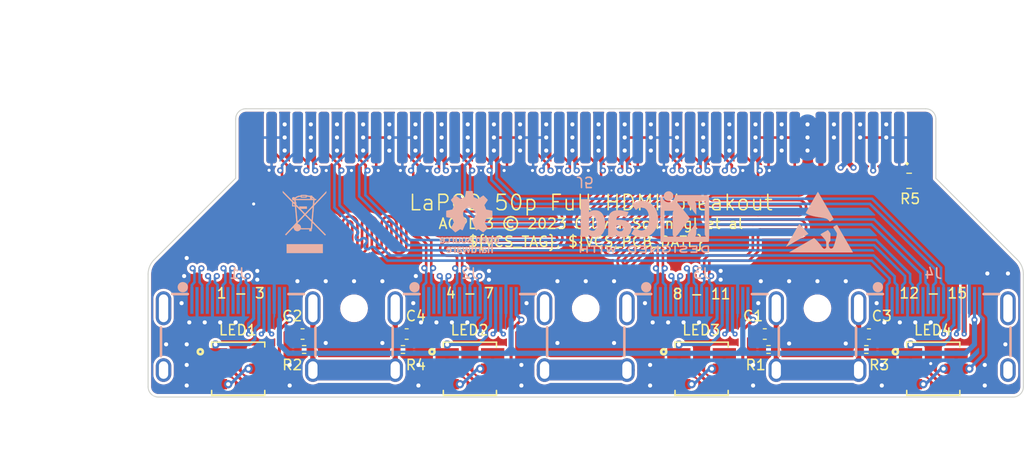
<source format=kicad_pcb>
(kicad_pcb (version 20221018) (generator pcbnew)
  (title_block (title "LaPOD 50p Full HDMI breakout") (company "Sergey Petrukhin, Peter Lampe, Nikki Smith & Olliver Schinagl") (comment 1 "AGPLv3 © 2023 Olliver Schinagl et al"))
  (layers (0 "F.Cu" mixed) (1 "In1.Cu" mixed) (2 "In2.Cu" mixed) (31 "B.Cu" mixed) (34 "B.Paste" user) (35 "F.Paste" user) (36 "B.SilkS" user "B.Silkscreen") (37 "F.SilkS" user "F.Silkscreen") (38 "B.Mask" user) (39 "F.Mask" user) (44 "Edge.Cuts" user))
  (net 0 "")
  (net 1 "GND")
  (net 2 "IN3+")
  (net 3 "IN3-")
  (net 4 "IN2+")
  (net 5 "IN2-")
  (net 6 "IN1+")
  (net 7 "IN1-")
  (net 8 "IN0+")
  (net 9 "IN0-")
  (net 10 "VREF0_7")
  (net 11 "-2V5")
  (net 12 "+2V5")
  (net 13 "+4V")
  (net 14 "IN7+")
  (net 15 "IN7-")
  (net 16 "IN6+")
  (net 17 "IN6-")
  (net 18 "IN5+")
  (net 19 "IN5-")
  (net 20 "IN4+")
  (net 21 "IN4-")
  (net 22 "IN8-")
  (net 23 "IN8+")
  (net 24 "IN9+")
  (net 25 "IN9-")
  (net 26 "IN10-")
  (net 27 "IN10+")
  (net 28 "IN11-")
  (net 29 "IN11+")
  (net 30 "IN12-")
  (net 31 "IN12+")
  (net 32 "IN13+")
  (net 33 "IN13-")
  (net 34 "IN14+")
  (net 35 "IN14-")
  (net 36 "IN15+")
  (net 37 "IN15-")
  (net 38 "nP_detect")
  (net 39 "VREF8_15")
  (net 40 "CD1+")
  (net 41 "CD1-")
  (net 42 "CD2+")
  (net 43 "CD2-")
  (net 44 "CD3-")
  (net 45 "CD3+")
  (net 46 "CD4+")
  (net 47 "CD4-")
  (net 48 "Earth")
  (footprint "Resistor_SMD:R_0402_1005Metric_Pad0.72x0.64mm_HandSolder" (layer "F.Cu") (at 122.75 69.38)
    (fp_text reference "R1")
    (fp_text value "300 Ω" hide)
  )
  (footprint "Capacitor_SMD:C_0603_1608Metric_Pad1.08x0.95mm_HandSolder" (layer "F.Cu") (at 122.3875 67.88)
    (fp_text reference "C1")
    (fp_text value "100 nF" hide)
  )
  (footprint "Connector_IDC:IDC-Header_2x25_P2.54mm_Vertical_SMD" (layer "F.Cu") (at 105 44 90)
    (fp_text reference "J5")
    (fp_text value "Conn_02x25" hide)
  )
  (footprint "Resistor_SMD:R_0805_2012Metric_Pad1.20x1.40mm_HandSolder" (layer "F.Cu") (at 136.404 53 180)
    (fp_text reference "R5")
    (fp_text value "100 Ω" hide)
  )
  (footprint "Resistor_SMD:R_0402_1005Metric_Pad0.72x0.64mm_HandSolder" (layer "F.Cu") (at 87.25 69.38 180)
    (fp_text reference "R4")
    (fp_text value "300 Ω" hide)
  )
  (footprint "LCSC:LED-SMD_6P-L5.0-W5.0-TL_TC5050RGBF08" (layer "F.Cu") (at 116.25 71.25)
    (fp_text reference "LED3")
    (fp_text value "TC5050RGBF08-3CJH-AF53A" hide)
  )
  (footprint "Capacitor_SMD:C_0603_1608Metric_Pad1.08x0.95mm_HandSolder" (layer "F.Cu") (at 132.5 67.88 180)
    (fp_text reference "C3")
    (fp_text value "100 nF" hide)
  )
  (footprint "Capacitor_SMD:C_0603_1608Metric_Pad1.08x0.95mm_HandSolder" (layer "F.Cu") (at 77.5 67.88)
    (fp_text reference "C2")
    (fp_text value "100 nF" hide)
  )
  (footprint "LCSC:LED-SMD_6P-L5.0-W5.0-TL_TC5050RGBF08" (layer "F.Cu") (at 138.75 71.25)
    (fp_text reference "LED4")
    (fp_text value "TC5050RGBF08-3CJH-AF53A" hide)
  )
  (footprint "MountingHole:MountingHole_2.2mm_M2_DIN965" (layer "F.Cu") (at 127.5 65.38)
    (fp_text reference "H3" hide)
    (fp_text value "MountingHole" hide)
  )
  (footprint "Resistor_SMD:R_0402_1005Metric_Pad0.72x0.64mm_HandSolder" (layer "F.Cu") (at 77.6525 69.38)
    (fp_text reference "R2")
    (fp_text value "300 Ω" hide)
  )
  (footprint "MountingHole:MountingHole_2.2mm_M2_DIN965" (layer "F.Cu") (at 105 65.38)
    (fp_text reference "H2" hide)
    (fp_text value "MountingHole" hide)
  )
  (footprint "Capacitor_SMD:C_0603_1608Metric_Pad1.08x0.95mm_HandSolder" (layer "F.Cu") (at 87.6125 67.88 180)
    (fp_text reference "C4")
    (fp_text value "100 nF" hide)
  )
  (footprint "Resistor_SMD:R_0402_1005Metric_Pad0.72x0.64mm_HandSolder" (layer "F.Cu") (at 132.25 69.38 180)
    (fp_text reference "R3")
    (fp_text value "300 Ω" hide)
  )
  (footprint "LCSC:LED-SMD_6P-L5.0-W5.0-TL_TC5050RGBF08" (layer "F.Cu") (at 93.75 71.25)
    (fp_text reference "LED2")
    (fp_text value "TC5050RGBF08-3CJH-AF53A" hide)
  )
  (footprint "MountingHole:MountingHole_2.2mm_M2_DIN965" (layer "F.Cu") (at 82.5 65.38)
    (fp_text reference "H1" hide)
    (fp_text value "MountingHole" hide)
  )
  (footprint "LCSC:LED-SMD_6P-L5.0-W5.0-TL_TC5050RGBF08" (layer "F.Cu") (at 71.25 71.25)
    (fp_text reference "LED1")
    (fp_text value "TC5050RGBF08-3CJH-AF53A" hide)
  )
  (footprint "LCSC:HDMI-SMD_HDMI-19PIN-043" (layer "B.Cu") (at 138.75 68 180)
    (fp_text reference "J4")
    (fp_text value "HDMI_A" hide)
  )
  (footprint "Symbol:ESD-Logo_6.6x6mm_SilkScreen" (layer "B.Cu") (at 127.7 57 180)
    (fp_text reference "LG3" hide)
    (fp_text value "ESD-Logo_6.6x6mm_SilkScreen" hide)
  )
  (footprint "LCSC:HDMI-SMD_HDMI-19PIN-043" (layer "B.Cu") (at 93.75 68 180)
    (fp_text reference "J2")
    (fp_text value "HDMI_A" hide)
  )
  (footprint "LCSC:HDMI-SMD_HDMI-19PIN-043" (layer "B.Cu") (at 71.25 68 180)
    (fp_text reference "J1")
    (fp_text value "HDMI_A" hide)
  )
  (footprint "Symbol:WEEE-Logo_4.2x6mm_SilkScreen" (layer "B.Cu") (at 77.7 57 180)
    (fp_text reference "LG4" hide)
    (fp_text value "WEEE-Logo_4.2x6mm_SilkScreen" hide)
  )
  (footprint "Symbol:KiCad-Logo2_5mm_SilkScreen" (layer "B.Cu") (at 110.7 57 180)
    (fp_text reference "LG2" hide)
    (fp_text value "KiCad-Logo2_5mm_SilkScreen" hide)
  )
  (footprint "Symbol:OSHW-Logo_5.7x6mm_SilkScreen" (layer "B.Cu") (at 93.7 57 180)
    (fp_text reference "LG1" hide)
    (fp_text value "OSHW-Logo_5.7x6mm_SilkScreen" hide)
  )
  (footprint "LCSC:HDMI-SMD_HDMI-19PIN-043" (layer "B.Cu") (at 116.25 68 180)
    (fp_text reference "J3")
    (fp_text value "HDMI_A" hide)
  )
  (gr_line (start 146.5 74) (end 63.5 74) (stroke (width 0.1)) (layer "Edge.Cuts"))
  (gr_line (start 139 47) (end 139 52.75) (stroke (width 0.1)) (layer "Edge.Cuts"))
  (gr_line (start 63.085787 60.664213) (end 71 52.75) (stroke (width 0.1)) (layer "Edge.Cuts"))
  (gr_line (start 62.5 62.078427) (end 62.5 73) (stroke (width 0.1)) (layer "Edge.Cuts"))
  (gr_line (start 72 46) (end 138 46) (stroke (width 0.1)) (layer "Edge.Cuts"))
  (gr_line (start 71 47) (end 71 52.75) (stroke (width 0.1)) (layer "Edge.Cuts"))
  (gr_arc (start 147.5 73) (mid 147.207107 73.707107) (end 146.5 74) (stroke (width 0.1)) (layer "Edge.Cuts"))
  (gr_arc (start 63.5 74) (mid 62.792893 73.707107) (end 62.5 73) (stroke (width 0.1)) (layer "Edge.Cuts"))
  (gr_line (start 147.5 62.078427) (end 147.5 73) (stroke (width 0.1)) (layer "Edge.Cuts"))
  (gr_line (start 146.914213 60.664213) (end 139 52.75) (stroke (width 0.1)) (layer "Edge.Cuts"))
  (gr_arc (start 71 47) (mid 71.292893 46.292893) (end 72 46) (stroke (width 0.1)) (layer "Edge.Cuts"))
  (gr_arc (start 138 46) (mid 138.707107 46.292893) (end 139 47) (stroke (width 0.1)) (layer "Edge.Cuts"))
  (gr_arc (start 62.5 62.078427) (mid 62.652232 61.313054) (end 63.085787 60.664213) (stroke (width 0.1)) (layer "Edge.Cuts"))
  (gr_arc (start 146.914213 60.664213) (mid 147.347762 61.313061) (end 147.5 62.078427) (stroke (width 0.1)) (layer "Edge.Cuts"))
  (gr_text "${VCS_TAG}, ${VCS_PCB_DATE}" (at 105 59.5) (layer "F.SilkS") (effects (font (size 1 1)) (justify bottom)))
  (gr_text "${TITLE}" (at 105.5 56) (layer "F.SilkS") (effects (font (size 1.5 1.5)) (justify bottom)))
  (gr_text "${COMMENT1}" (at 105.5 57.75) (layer "F.SilkS") (effects (font (size 1 1)) (justify bottom)))
  (via (at 77 62.75) (size 0.8) (drill 0.4) (layers "F.Cu" "B.Cu") (net 1))
  (via (at 99.825 52) (size 0.6) (drill 0.3) (layers "F.Cu" "B.Cu") (net 1))
  (via (at 138.5 70.75) (size 0.6) (drill 0.3) (layers "F.Cu" "B.Cu") (net 1))
  (via (at 80.842 47.522) (size 0.8) (drill 0.4) (layers "F.Cu" "B.Cu") (net 1))
  (via (at 111.322 48.792) (size 0.8) (drill 0.4) (layers "F.Cu" "B.Cu") (net 1))
  (via (at 93.542 50.062) (size 0.8) (drill 0.4) (layers "F.Cu" "B.Cu") (net 1))
  (via (at 91.002 50.062) (size 0.8) (drill 0.4) (layers "F.Cu" "B.Cu") (net 1))
  (via (at 134.182 48.792) (size 0.8) (drill 0.4) (layers "F.Cu" "B.Cu") (net 1))
  (via (at 105.25 52) (size 0.6) (drill 0.3) (layers "F.Cu" "B.Cu") (net 1))
  (via (at 92 66.75) (size 0.8) (drill 0.4) (layers "F.Cu" "B.Cu") (net 1))
  (via (at 106.242 48.792) (size 0.8) (drill 0.4) (layers "F.Cu" "B.Cu") (net 1))
  (via (at 66.5 66.75) (size 0.8) (drill 0.4) (layers "F.Cu" "B.Cu") (net 1))
  (via (at 124.022 47.522) (size 0.8) (drill 0.4) (layers "F.Cu" "B.Cu") (net 1))
  (via (at 85.922 48.792) (size 0.8) (drill 0.4) (layers "F.Cu" "B.Cu") (net 1))
  (via (at 66.25 68.88) (size 0.8) (drill 0.4) (layers "F.Cu" "B.Cu") (net 1))
  (via (at 124.022 48.792) (size 0.8) (drill 0.4) (layers "F.Cu" "B.Cu") (net 1))
  (via (at 101.162 50.062) (size 0.8) (drill 0.4) (layers "F.Cu" "B.Cu") (net 1))
  (via (at 73.1 61.75) (size 0.8) (drill 0.4) (layers "F.Cu" "B.Cu") (net 1))
  (via (at 101.162 47.522) (size 0.8) (drill 0.4) (layers "F.Cu" "B.Cu") (net 1))
  (via (at 121.482 47.522) (size 0.8) (drill 0.4) (layers "F.Cu" "B.Cu") (net 1))
  (via (at 113 66.75) (size 0.8) (drill 0.4) (layers "F.Cu" "B.Cu") (net 1))
  (via (at 85.25 68.75) (size 0.8) (drill 0.4) (layers "F.Cu" "B.Cu") (net 1))
  (via (at 129.102 47.522) (size 0.8) (drill 0.4) (layers "F.Cu" "B.Cu") (net 1))
  (via (at 118.942 48.792) (size 0.8) (drill 0.4) (layers "F.Cu" "B.Cu") (net 1))
  (via (at 124.022 50.062) (size 0.8) (drill 0.4) (layers "F.Cu" "B.Cu") (net 1))
  (via (at 93.542 47.522) (size 0.8) (drill 0.4) (layers "F.Cu" "B.Cu") (net 1))
  (via (at 79.8 52) (size 0.6) (drill 0.3) (layers "F.Cu" "B.Cu") (net 1))
  (via (at 131.642 47.522) (size 0.8) (drill 0.4) (layers "F.Cu" "B.Cu") (net 1))
  (via (at 121.482 48.792) (size 0.8) (drill 0.4) (layers "F.Cu" "B.Cu") (net 1))
  (via (at 72.75 55.25) (size 0.6) (drill 0.3) (layers "F.Cu" "B.Cu") (net 1))
  (via (at 103.702 50.062) (size 0.8) (drill 0.4) (layers "F.Cu" "B.Cu") (net 1))
  (via (at 108.782 50.062) (size 0.8) (drill 0.4) (layers "F.Cu" "B.Cu") (net 1))
  (via (at 107.75 68.75) (size 0.8) (drill 0.4) (layers "F.Cu" "B.Cu") (net 1))
  (via (at 101.162 48.792) (size 0.8) (drill 0.4) (layers "F.Cu" "B.Cu") (net 1))
  (via (at 93.5 66.75) (size 0.8) (drill 0.4) (layers "F.Cu" "B.Cu") (net 1))
  (via (at 68 66.75) (size 0.8) (drill 0.4) (layers "F.Cu" "B.Cu") (net 1))
  (via (at 124.75 62.75) (size 0.8) (drill 0.4) (layers "F.Cu" "B.Cu") (net 1))
  (via (at 127.5 62.75) (size 0.8) (drill 0.4) (layers "F.Cu" "B.Cu") (net 1))
  (via (at 96.082 48.792) (size 0.8) (drill 0.4) (layers "F.Cu" "B.Cu") (net 1))
  (via (at 112.575 52) (size 0.6) (drill 0.3) (layers "F.Cu" "B.Cu") (net 1))
  (via (at 76.25 72.88) (size 0.8) (drill 0.4) (layers "F.Cu" "B.Cu") (net 1))
  (via (at 121.482 50.062) (size 0.8) (drill 0.4) (layers "F.Cu" "B.Cu") (net 1))
  (via (at 98.75 72.88) (size 0.8) (drill 0.4) (layers "F.Cu" "B.Cu") (net 1))
  (via (at 88.75 70.88) (size 0.8) (drill 0.4) (layers "F.Cu" "B.Cu") (net 1))
  (via (at 133.75 70.88) (size 0.8) (drill 0.4) (layers "F.Cu" "B.Cu") (net 1))
  (via (at 105 62.75) (size 0.8) (drill 0.4) (layers "F.Cu" "B.Cu") (net 1))
  (via (at 75.762 47.522) (size 0.8) (drill 0.4) (layers "F.Cu" "B.Cu") (net 1))
  (via (at 88.25 64.88) (size 0.8) (drill 0.4) (layers "F.Cu" "B.Cu") (net 1))
  (via (at 116 66.75) (size 0.8) (drill 0.4) (layers "F.Cu" "B.Cu") (net 1))
  (via (at 134 66.75) (size 0.8) (drill 0.4) (layers "F.Cu" "B.Cu") (net 1))
  (via (at 110.125 52) (size 0.6) (drill 0.3) (layers "F.Cu" "B.Cu") (net 1))
  (via (at 65.75 64.88) (size 0.8) (drill 0.4) (layers "F.Cu" "B.Cu") (net 1))
  (via (at 98.622 48.792) (size 0.8) (drill 0.4) (layers "F.Cu" "B.Cu") (net 1))
  (via (at 146 62) (size 0.8) (drill 0.4) (layers "F.Cu" "B.Cu") (net 1))
  (via (at 108.782 48.792) (size 0.8) (drill 0.4) (layers "F.Cu" "B.Cu") (net 1))
  (via (at 116.402 50.062) (size 0.8) (drill 0.4) (layers "F.Cu" "B.Cu") (net 1))
  (via (at 94.825 52) (size 0.5) (drill 0.2) (layers "F.Cu" "B.Cu") (net 1))
  (via (at 91.002 48.792) (size 0.8) (drill 0.4) (layers "F.Cu" "B.Cu") (net 1))
  (via (at 79.75 62.75) (size 0.8) (drill 0.4) (layers "F.Cu" "B.Cu") (net 1))
  (via (at 66 62.25) (size 0.8) (drill 0.4) (layers "F.Cu" "B.Cu") (net 1))
  (via (at 120.25 52) (size 0.6) (drill 0.3) (layers "F.Cu" "B.Cu") (net 1))
  (via (at 95.6 61.75) (size 0.8) (drill 0.4) (layers "F.Cu" "B.Cu") (net 1))
  (via (at 97.075 52) (size 0.6) (drill 0.3) (layers "F.Cu" "B.Cu") (net 1))
  (via (at 75.762 50.062) (size 0.8) (drill 0.4) (layers "F.Cu" "B.Cu") (net 1))
  (via (at 95.6 62.6) (size 0.8) (drill 0.4) (layers "F.Cu" "B.Cu") (net 1))
  (via (at 134.182 47.522) (size 0.8) (drill 0.4) (layers "F.Cu" "B.Cu") (net 1))
  (via (at 87 52) (size 0.6) (drill 0.3) (layers "F.Cu" "B.Cu") (net 1))
  (via (at 90.5 66.75) (size 0.8) (drill 0.4) (layers "F.Cu" "B.Cu") (net 1))
  (via (at 76.25 70.88) (size 0.8) (drill 0.4) (layers "F.Cu" "B.Cu") (net 1))
  (via (at 110.75 64.88) (size 0.8) (drill 0.4) (layers "F.Cu" "B.Cu") (net 1))
  (via (at 107.5 52) (size 0.5) (drill 0.2) (layers "F.Cu" "B.Cu") (net 1))
  (via (at 66.25 72.88) (size 0.8) (drill 0.4) (layers "F.Cu" "B.Cu") (net 1))
  (via (at 129.102 48.792) (size 0.8) (drill 0.4) (layers "F.Cu" "B.Cu") (net 1))
  (via (at 96.082 47.522) (size 0.8) (drill 0.4) (layers "F.Cu" "B.Cu") (net 1))
  (via (at 143.75 72.88) (size 0.8) (drill 0.4) (layers "F.Cu" "B.Cu") (net 1))
  (via (at 103.702 47.522) (size 0.8) (drill 0.4) (layers "F.Cu" "B.Cu") (net 1))
  (via (at 66.25 70.88) (size 0.8) (drill 0.4) (layers "F.Cu" "B.Cu") (net 1))
  (via (at 64.25 68.88) (size 0.8) (drill 0.4) (layers "F.Cu" "B.Cu") (net 1))
  (via (at 88.462 47.522) (size 0.8) (drill 0.4) (layers "F.Cu" "B.Cu") (net 1))
  (via (at 116.402 48.792) (size 0.8) (drill 0.4) (layers "F.Cu" "B.Cu") (net 1))
  (via (at 76.875 52) (size 0.6) (drill 0.3) (layers "F.Cu" "B.Cu") (net 1))
  (via (at 80.842 50.062) (size 0.8) (drill 0.4) (layers "F.Cu" "B.Cu") (net 1))
  (via (at 84.85 52) (size 0.6) (drill 0.3) (layers "F.Cu" "B.Cu") (net 1))
  (via (at 93.542 48.792) (size 0.8) (drill 0.4) (layers "F.Cu" "B.Cu") (net 1))
  (via (at 83.382 48.792) (size 0.8) (drill 0.4) (layers "F.Cu" "B.Cu") (net 1))
  (via (at 75.762 48.792) (size 0.8) (drill 0.4) (layers "F.Cu" "B.Cu") (net 1))
  (via (at 89 66.75) (size 0.8) (drill 0.4) (layers "F.Cu" "B.Cu") (net 1))
  (via (at 88.75 72.88) (size 0.8) (drill 0.4) (layers "F.Cu" "B.Cu") (net 1))
  (via (at 102.25 62.75) (size 0.8) (drill 0.4) (layers "F.Cu" "B.Cu") (net 1))
  (via (at 106.242 50.062) (size 0.8) (drill 0.4) (layers "F.Cu" "B.Cu") (net 1))
  (via (at 118.942 47.522) (size 0.8) (drill 0.4) (layers "F.Cu" "B.Cu") (net 1))
  (via (at 88.462 48.792) (size 0.8) (drill 0.4) (layers "F.Cu" "B.Cu") (net 1))
  (via (at 85.922 50.062) (size 0.8) (drill 0.4) (layers "F.Cu" "B.Cu") (net 1))
  (via (at 113.862 50.062) (size 0.8) (drill 0.4) (layers "F.Cu" "B.Cu") (net 1))
  (via (at 98.75 70.88) (size 0.8) (drill 0.4) (layers "F.Cu" "B.Cu") (net 1))
  (via (at 96.082 50.062) (size 0.8) (drill 0.4) (layers "F.Cu" "B.Cu") (net 1))
  (via (at 111.5 66.75) (size 0.8) (drill 0.4) (layers "F.Cu" "B.Cu") (net 1))
  (via (at 74.25 51.975) (size 0.6) (drill 0.3) (layers "F.Cu" "B.Cu") (net 1))
  (via (at 85.25 62.75) (size 0.8) (drill 0.4) (layers "F.Cu" "B.Cu") (net 1))
  (via (at 78.302 48.792) (size 0.8) (drill 0.4) (layers "F.Cu" "B.Cu") (net 1))
  (via (at 71 66.75) (size 0.8) (drill 0.4) (layers "F.Cu" "B.Cu") (net 1))
  (via (at 114.5 66.75) (size 0.8) (drill 0.4) (layers "F.Cu" "B.Cu") (net 1))
  (via (at 98.622 47.522) (size 0.8) (drill 0.4) (layers "F.Cu" "B.Cu") (net 1))
  (via (at 107.75 62.75) (size 0.8) (drill 0.4) (layers "F.Cu" "B.Cu") (net 1))
  (via (at 113.862 47.522) (size 0.8) (drill 0.4) (layers "F.Cu" "B.Cu") (net 1))
  (via (at 82.5 62.75) (size 0.8) (drill 0.4) (layers "F.Cu" "B.Cu") (net 1))
  (via (at 111.322 50.062) (size 0.8) (drill 0.4) (layers "F.Cu" "B.Cu") (net 1))
  (via (at 118.1 62.6) (size 0.8) (drill 0.4) (layers "F.Cu" "B.Cu") (net 1))
  (via (at 130.25 68.8) (size 0.8) (drill 0.4) (layers "F.Cu" "B.Cu") (net 1))
  (via (at 144 62) (size 0.8) (drill 0.4) (layers "F.Cu" "B.Cu") (net 1))
  (via (at 122.825 52) (size 0.6) (drill 0.3) (layers "F.Cu" "B.Cu") (net 1))
  (via (at 78.302 47.522) (size 0.8) (drill 0.4) (layers "F.Cu" "B.Cu") (net 1))
  (via (at 111.25 72.88) (size 0.8) (drill 0.4) (layers "F.Cu" "B.Cu") (net 1))
  (via (at 79.75 68.75) (size 0.8) (drill 0.4) (layers "F.Cu" "B.Cu") (net 1))
  (via (at 130.25 62.75) (size 0.8) (drill 0.4) (layers "F.Cu" "B.Cu") (net 1))
  (via (at 85.922 47.522) (size 0.8) (drill 0.4) (layers "F.Cu" "B.Cu") (net 1))
  (via (at 145.75 68.88) (size 0.8) (drill 0.4) (layers "F.Cu" "B.Cu") (net 1))
  (via (at 111.322 47.522) (size 0.8) (drill 0.4) (layers "F.Cu" "B.Cu") (net 1))
  (via (at 83.382 47.522) (size 0.8) (drill 0.4) (layers "F.Cu" "B.Cu") (net 1))
  (via (at 69.5 66.75) (size 0.8) (drill 0.4) (layers "F.Cu" "B.Cu") (net 1))
  (via (at 113.862 48.792) (size 0.8) (drill 0.4) (layers "F.Cu" "B.Cu") (net 1))
  (via (at 124.75 68.8) (size 0.8) (drill 0.4) (layers "F.Cu" "B.Cu") (net 1))
  (via (at 89.6 52.025) (size 0.6) (drill 0.3) (layers "F.Cu" "B.Cu") (net 1))
  (via (at 92.475 52.025) (size 0.6) (drill 0.3) (layers "F.Cu" "B.Cu") (net 1))
  (via (at 122 62.75) (size 0.8) (drill 0.4) (layers "F.Cu" "B.Cu") (net 1))
  (via (at 121.25 72.88) (size 0.8) (drill 0.4) (layers "F.Cu" "B.Cu") (net 1))
  (via (at 121.75 64.88) (size 0.8) (drill 0.4) (layers "F.Cu" "B.Cu") (net 1))
  (via (at 66.25 60.5) (size 0.8) (drill 0.4) (layers "F.Cu" "B.Cu") (net 1))
  (via (at 78.302 50.062) (size 0.8) (drill 0.4) (layers "F.Cu" "B.Cu") (net 1))
  (via (at 99.25 64.88) (size 0.8) (drill 0.4) (layers "F.Cu" "B.Cu") (net 1))
  (via (at 102.25 68.75) (size 0.8) (drill 0.4) (layers "F.Cu" "B.Cu") (net 1))
  (via (at 133.25 64.88) (size 0.8) (drill 0.4) (layers "F.Cu" "B.Cu") (net 1))
  (via (at 143.75 70.88) (size 0.8) (drill 0.4) (layers "F.Cu" "B.Cu") (net 1))
  (via (at 121.25 70.88) (size 0.8) (drill 0.4) (layers "F.Cu" "B.Cu") (net 1))
  (via (at 135.5 66.75) (size 0.8) (drill 0.4) (layers "F.Cu" "B.Cu") (net 1))
  (via (at 98.622 50.062) (size 0.8) (drill 0.4) (layers "F.Cu" "B.Cu") (net 1))
  (via (at 73.1 62.6) (size 0.8) (drill 0.4) (layers "F.Cu" "B.Cu") (net 1))
  (via (at 106.242 47.522) (size 0.8) (drill 0.4) (layers "F.Cu" "B.Cu") (net 1))
  (via (at 88.5 62.25) (size 0.8) (drill 0.4) (layers "F.Cu" "B.Cu") (net 1))
  (via (at 82.25 52) (size 0.6) (drill 0.3) (layers "F.Cu" "B.Cu") (net 1))
  (via (at 116.402 47.522) (size 0.8) (drill 0.4) (layers "F.Cu" "B.Cu") (net 1))
  (via (at 137 66.75) (size 0.8) (drill 0.4) (layers "F.Cu" "B.Cu") (net 1))
  (via (at 103.702 48.792) (size 0.8) (drill 0.4) (layers "F.Cu" "B.Cu") (net 1))
  (via (at 111.25 70.88) (size 0.8) (drill 0.4) (layers "F.Cu" "B.Cu") (net 1))
  (via (at 91.002 47.522) (size 0.8) (drill 0.4) (layers "F.Cu" "B.Cu") (net 1))
  (via (at 138.5 66.75) (size 0.8) (drill 0.4) (layers "F.Cu" "B.Cu") (net 1))
  (via (at 118.1 61.75) (size 0.8) (drill 0.4) (layers "F.Cu" "B.Cu") (net 1))
  (via (at 102.425 52) (size 0.6) (drill 0.3) (layers "F.Cu" "B.Cu") (net 1))
  (via (at 131.642 48.792) (size 0.8) (drill 0.4) (layers "F.Cu" "B.Cu") (net 1))
  (via (at 88.462 50.062) (size 0.8) (drill 0.4) (layers "F.Cu" "B.Cu") (net 1))
  (via (at 133.75 72.88) (size 0.8) (drill 0.4) (layers "F.Cu" "B.Cu") (net 1))
  (via (at 80.842 48.792) (size 0.8) (drill 0.4) (layers "F.Cu" "B.Cu") (net 1))
  (via (at 115.125 52) (size 0.6) (drill 0.3) (layers "F.Cu" "B.Cu") (net 1))
  (via (at 118.942 50.062) (size 0.8) (drill 0.4) (layers "F.Cu" "B.Cu") (net 1))
  (via (at 108.782 47.522) (size 0.8) (drill 0.4) (layers "F.Cu" "B.Cu") (net 1))
  (via (at 83.382 50.062) (size 0.8) (drill 0.4) (layers "F.Cu" "B.Cu") (net 1))
  (segment (start 67.25 64.62) (end 67.25 66.25) (width 0.3) (layer "B.Cu") (net 1))
  (segment (start 142.25 63) (end 142.25 64.62) (width 0.3) (layer "B.Cu") (net 1))
  (segment (start 70.25 64.62) (end 70.25 66.25) (width 0.3) (layer "B.Cu") (net 1))
  (segment (start 112.25 64.62) (end 112.25 66.25) (width 0.3) (layer "B.Cu") (net 1))
  (segment (start 68.75 64.62) (end 68.75 66.25) (width 0.3) (layer "B.Cu") (net 1))
  (segment (start 139.25 64.62) (end 139.25 66.25) (width 0.25) (layer "B.Cu") (net 1))
  (segment (start 89.75 64.62) (end 89.75 66.25) (width 0.3) (layer "B.Cu") (net 1))
  (segment (start 91.25 64.62) (end 91.25 66.25) (width 0.3) (layer "B.Cu") (net 1))
  (segment (start 113.75 64.62) (end 113.75 66.25) (width 0.3) (layer "B.Cu") (net 1))
  (segment (start 92.75 64.62) (end 92.75 66.25) (width 0.3) (layer "B.Cu") (net 1))
  (segment (start 74.75 63) (end 74.75 64.62) (width 0.3) (layer "B.Cu") (net 1))
  (segment (start 71.75 64.62) (end 71.75 66.25) (width 0.3) (layer "B.Cu") (net 1))
  (segment (start 137.75 64.62) (end 137.75 66.25) (width 0.25) (layer "B.Cu") (net 1))
  (segment (start 115.25 64.62) (end 115.25 66.25) (width 0.3) (layer "B.Cu") (net 1))
  (segment (start 116.75 64.62) (end 116.75 66.25) (width 0.3) (layer "B.Cu") (net 1))
  (segment (start 136.25 64.62) (end 136.25 66.25) (width 0.25) (layer "B.Cu") (net 1))
  (segment (start 94.25 64.62) (end 94.25 66.25) (width 0.3) (layer "B.Cu") (net 1))
  (segment (start 97.25 63) (end 97.25 64.62) (width 0.3) (layer "B.Cu") (net 1))
  (segment (start 119.75 63) (end 119.75 64.62) (width 0.3) (layer "B.Cu") (net 1))
  (segment (start 134.75 64.62) (end 134.75 66.25) (width 0.25) (layer "B.Cu") (net 1))
  (via (at 66.8202 61.5) (size 0.6) (drill 0.3) (layers "F.Cu" "B.Cu") (net 2))
  (via (at 100.733 52) (size 0.6) (drill 0.3) (layers "F.Cu" "B.Cu") (net 2))
  (segment (start 102.432 49.976) (end 102.432 48.792) (width 0.25) (layer "B.Cu") (net 2))
  (segment (start 67 62.85) (end 66.75 63.13) (width 0.25) (layer "B.Cu") (net 2))
  (segment (start 66.8202 61.5) (end 67 61.6798) (width 0.25) (layer "B.Cu") (net 2))
  (segment (start 100.908 51.825) (end 100.908 51.5) (width 0.25) (layer "B.Cu") (net 2))
  (segment (start 66.75 63.13) (end 66.75 64.62) (width 0.25) (layer "B.Cu") (net 2))
  (segment (start 67 61.6798) (end 67 62.85) (width 0.25) (layer "B.Cu") (net 2))
  (segment (start 100.733 52) (end 100.908 51.825) (width 0.25) (layer "B.Cu") (net 2))
  (segment (start 100.908 51.5) (end 102.432 49.976) (width 0.25) (layer "B.Cu") (net 2))
  (segment (start 101.408 51.825) (end 101.583 52) (width 0.25) (layer "F.Cu") (net 3))
  (segment (start 101.408 51.4858) (end 101.408 51.825) (width 0.25) (layer "F.Cu") (net 3))
  (segment (start 99.892 49.9698) (end 99.892 48.792) (width 0.25) (layer "F.Cu") (net 3))
  (segment (start 101.408 51.4858) (end 99.892 49.9698) (width 0.25) (layer "F.Cu") (net 3))
  (via (at 101.583 52) (size 0.6) (drill 0.3) (layers "F.Cu" "B.Cu") (net 3))
  (via (at 67.675 61.5) (size 0.6) (drill 0.3) (layers "F.Cu" "B.Cu") (net 3))
  (segment (start 67.75 63.13) (end 67.75 64.62) (width 0.25) (layer "B.Cu") (net 3))
  (segment (start 67.5 61.675) (end 67.5 62.85) (width 0.25) (layer "B.Cu") (net 3))
  (segment (start 67.5 62.85) (end 67.75 63.13) (width 0.25) (layer "B.Cu") (net 3))
  (segment (start 67.675 61.5) (end 67.5 61.675) (width 0.25) (layer "B.Cu") (net 3))
  (segment (start 103.448 51.825) (end 103.448 51.325) (width 0.25) (layer "F.Cu") (net 4))
  (segment (start 103.273 52) (end 103.448 51.825) (width 0.25) (layer "F.Cu") (net 4))
  (segment (start 102.432 50.309) (end 102.432 48.792) (width 0.25) (layer "F.Cu") (net 4))
  (segment (start 103.448 51.325) (end 102.432 50.309) (width 0.25) (layer "F.Cu") (net 4))
  (via (at 68.3202 62.25) (size 0.6) (drill 0.3) (layers "F.Cu" "B.Cu") (net 4))
  (via (at 103.273 52) (size 0.6) (drill 0.3) (layers "F.Cu" "B.Cu") (net 4))
  (segment (start 68.25 63.13) (end 68.25 64.62) (width 0.25) (layer "B.Cu") (net 4))
  (segment (start 68.3202 62.25) (end 68.5 62.4298) (width 0.25) (layer "B.Cu") (net 4))
  (segment (start 68.5 62.85) (end 68.25 63.13) (width 0.25) (layer "B.Cu") (net 4))
  (segment (start 68.5 62.4298) (end 68.5 62.85) (width 0.25) (layer "B.Cu") (net 4))
  (via (at 104.123 52) (size 0.6) (drill 0.3) (layers "F.Cu" "B.Cu") (net 5))
  (via (at 69.175 62.25) (size 0.6) (drill 0.3) (layers "F.Cu" "B.Cu") (net 5))
  (segment (start 104.972 50.301) (end 104.972 48.792) (width 0.25) (layer "B.Cu") (net 5))
  (segment (start 69 62.425) (end 69.175 62.25) (width 0.25) (layer "B.Cu") (net 5))
  (segment (start 69 62.85) (end 69 62.425) (width 0.25) (layer "B.Cu") (net 5))
  (segment (start 104.123 52) (end 103.948 51.825) (width 0.25) (layer "B.Cu") (net 5))
  (segment (start 69 62.85) (end 69.25 63.1) (width 0.25) (layer "B.Cu") (net 5))
  (segment (start 103.948 51.825) (end 103.948 51.325) (width 0.25) (layer "B.Cu") (net 5))
  (segment (start 103.948 51.325) (end 104.972 50.301) (width 0.25) (layer "B.Cu") (net 5))
  (segment (start 69.25 63.1) (end 69.25 64.62) (width 0.25) (layer "B.Cu") (net 5))
  (via (at 69.8202 61.5) (size 0.6) (drill 0.3) (layers "F.Cu" "B.Cu") (net 6))
  (via (at 113.433 52) (size 0.6) (drill 0.3) (layers "F.Cu" "B.Cu") (net 6))
  (segment (start 70 61.6798) (end 69.8202 61.5) (width 0.25) (layer "B.Cu") (net 6))
  (segment (start 70 62.88) (end 70 61.6798) (width 0.25) (layer "B.Cu") (net 6))
  (segment (start 69.75 64.62) (end 69.75 63.13) (width 0.25) (layer "B.Cu") (net 6))
  (segment (start 113.433 52) (end 113.608 51.825) (width 0.25) (layer "B.Cu") (net 6))
  (segment (start 69.75 63.13) (end 70 62.88) (width 0.25) (layer "B.Cu") (net 6))
  (segment (start 115.132 49.976) (end 115.132 48.792) (width 0.25) (layer "B.Cu") (net 6))
  (segment (start 113.608 51.5) (end 115.132 49.976) (width 0.25) (layer "B.Cu") (net 6))
  (segment (start 113.608 51.825) (end 113.608 51.5) (width 0.25) (layer "B.Cu") (net 6))
  (segment (start 114.108 51.825) (end 114.283 52) (width 0.25) (layer "F.Cu") (net 7))
  (segment (start 114.108 51.4858) (end 114.108 51.825) (width 0.25) (layer "F.Cu") (net 7))
  (segment (start 114.108 51.4858) (end 112.592 49.9698) (width 0.25) (layer "F.Cu") (net 7))
  (segment (start 112.592 49.9698) (end 112.592 48.792) (width 0.25) (layer "F.Cu") (net 7))
  (via (at 70.675 61.5) (size 0.6) (drill 0.3) (layers "F.Cu" "B.Cu") (net 7))
  (via (at 114.283 52) (size 0.6) (drill 0.3) (layers "F.Cu" "B.Cu") (net 7))
  (segment (start 70.675 61.5) (end 70.5 61.675) (width 0.25) (layer "B.Cu") (net 7))
  (segment (start 70.5 61.675) (end 70.5 62.88) (width 0.25) (layer "B.Cu") (net 7))
  (segment (start 70.5 62.88) (end 70.75 63.13) (width 0.25) (layer "B.Cu") (net 7))
  (segment (start 70.75 63.13) (end 70.75 64.62) (width 0.25) (layer "B.Cu") (net 7))
  (segment (start 116.148 51.325) (end 115.132 50.309) (width 0.25) (layer "F.Cu") (net 8))
  (segment (start 115.132 50.309) (end 115.132 48.792) (width 0.25) (layer "F.Cu") (net 8))
  (segment (start 115.973 52) (end 116.148 51.825) (width 0.25) (layer "F.Cu") (net 8))
  (segment (start 116.148 51.825) (end 116.148 51.325) (width 0.25) (layer "F.Cu") (net 8))
  (via (at 115.973 52) (size 0.6) (drill 0.3) (layers "F.Cu" "B.Cu") (net 8))
  (via (at 71.3202 62.25) (size 0.6) (drill 0.3) (layers "F.Cu" "B.Cu") (net 8))
  (segment (start 71.25 64.62) (end 71.25 63.1562) (width 0.25) (layer "B.Cu") (net 8))
  (segment (start 71.25 63.1562) (end 71.4952 62.911) (width 0.25) (layer "B.Cu") (net 8))
  (segment (start 71.4952 62.425) (end 71.3202 62.25) (width 0.25) (layer "B.Cu") (net 8))
  (segment (start 71.4952 62.911) (end 71.4952 62.425) (width 0.25) (layer "B.Cu") (net 8))
  (via (at 116.823 52) (size 0.6) (drill 0.3) (layers "F.Cu" "B.Cu") (net 9))
  (via (at 72.175 62.25) (size 0.6) (drill 0.3) (layers "F.Cu" "B.Cu") (net 9))
  (segment (start 117.672 50.301) (end 117.672 48.792) (width 0.25) (layer "B.Cu") (net 9))
  (segment (start 72 62.425) (end 72.175 62.25) (width 0.25) (layer "B.Cu") (net 9))
  (segment (start 72 62.88) (end 72 62.425) (width 0.25) (layer "B.Cu") (net 9))
  (segment (start 116.823 52) (end 116.648 51.825) (width 0.25) (layer "B.Cu") (net 9))
  (segment (start 116.648 51.825) (end 116.648 51.325) (width 0.25) (layer "B.Cu") (net 9))
  (segment (start 72.25 64.62) (end 72.25 63.13) (width 0.25) (layer "B.Cu") (net 9))
  (segment (start 72.25 63.13) (end 72 62.88) (width 0.25) (layer "B.Cu") (net 9))
  (segment (start 116.648 51.325) (end 117.672 50.301) (width 0.25) (layer "B.Cu") (net 9))
  (via (at 94.75 67.88) (size 0.5) (drill 0.2) (layers "F.Cu" "B.Cu") (net 10))
  (via (at 129.7548 51.719) (size 0.6) (drill 0.3) (layers "F.Cu" "B.Cu") (net 10))
  (via (at 72.25 67.88) (size 0.5) (drill 0.2) (layers "F.Cu" "B.Cu") (net 10))
  (segment (start 72.75 66.38) (end 72.75 64.62) (width 0.3) (layer "B.Cu") (net 10))
  (segment (start 94.75 66.88) (end 95.25 66.38) (width 0.3) (layer "B.Cu") (net 10))
  (segment (start 129.7548 51.719) (end 130.372 51.1018) (width 0.5) (layer "B.Cu") (net 10))
  (segment (start 94.75 67.88) (end 94.75 66.88) (width 0.3) (layer "B.Cu") (net 10))
  (segment (start 95.25 66.38) (end 95.25 64.62) (width 0.3) (layer "B.Cu") (net 10))
  (segment (start 72.25 66.88) (end 72.75 66.38) (width 0.3) (layer "B.Cu") (net 10))
  (segment (start 130.372 51.1018) (end 130.372 48.792) (width 0.5) (layer "B.Cu") (net 10))
  (segment (start 72.25 67.88) (end 72.25 66.88) (width 0.3) (layer "B.Cu") (net 10))
  (via (at 96 67.88) (size 0.5) (drill 0.2) (layers "F.Cu" "B.Cu") (net 11))
  (via (at 132.912 52) (size 0.6) (drill 0.3) (layers "F.Cu" "B.Cu") (net 11))
  (via (at 73.5 67.88) (size 0.5) (drill 0.2) (layers "F.Cu" "B.Cu") (net 11))
  (via (at 118.5 67.88) (size 0.5) (drill 0.2) (layers "F.Cu" "B.Cu") (net 11))
  (via (at 141 67.88) (size 0.5) (drill 0.2) (layers "F.Cu" "B.Cu") (net 11))
  (segment (start 132.912 52) (end 132.912 48.792) (width 0.5) (layer "B.Cu") (net 11))
  (segment (start 118.75 67.63) (end 118.75 64.62) (width 0.3) (layer "B.Cu") (net 11))
  (segment (start 96.25 64.62) (end 96.25 67.63) (width 0.3) (layer "B.Cu") (net 11))
  (segment (start 73.75 64.62) (end 73.75 67.63) (width 0.3) (layer "B.Cu") (net 11))
  (segment (start 96.25 67.63) (end 96 67.88) (width 0.3) (layer "B.Cu") (net 11))
  (segment (start 73.75 67.63) (end 73.5 67.88) (width 0.3) (layer "B.Cu") (net 11))
  (segment (start 141.25 67.4) (end 141.25 64.62) (width 0.3) (layer "B.Cu") (net 11))
  (segment (start 141 67.88) (end 141 67.65) (width 0.3) (layer "B.Cu") (net 11))
  (segment (start 141 67.65) (end 141.25 67.4) (width 0.3) (layer "B.Cu") (net 11))
  (segment (start 118.5 67.88) (end 118.75 67.63) (width 0.3) (layer "B.Cu") (net 11))
  (segment (start 129.25 53.5) (end 127.832 52.082) (width 0.5) (layer "F.Cu") (net 12))
  (segment (start 141.75 67.88) (end 141.75 61.75) (width 0.5) (layer "F.Cu") (net 12))
  (segment (start 141.75 61.75) (end 133.5 53.5) (width 0.5) (layer "F.Cu") (net 12))
  (segment (start 127.832 52.082) (end 127.832 48.792) (width 0.5) (layer "F.Cu") (net 12))
  (segment (start 133.5 53.5) (end 129.25 53.5) (width 0.5) (layer "F.Cu") (net 12))
  (via (at 141.75 67.88) (size 0.5) (drill 0.2) (layers "F.Cu" "B.Cu") (net 12))
  (via (at 97 67.88) (size 0.5) (drill 0.2) (layers "F.Cu" "B.Cu") (net 12))
  (via (at 74.5 67.88) (size 0.5) (drill 0.2) (layers "F.Cu" "B.Cu") (net 12))
  (via (at 119.5 67.88) (size 0.5) (drill 0.2) (layers "F.Cu" "B.Cu") (net 12))
  (segment (start 96.75 67.63) (end 96.75 64.62) (width 0.3) (layer "B.Cu") (net 12))
  (segment (start 119.5 67.88) (end 119.25 67.63) (width 0.3) (layer "B.Cu") (net 12))
  (segment (start 141.75 67.88) (end 141.75 64.62) (width 0.3) (layer "B.Cu") (net 12))
  (segment (start 119.25 67.63) (end 119.25 64.62) (width 0.3) (layer "B.Cu") (net 12))
  (segment (start 74.5 67.88) (end 74.25 67.63) (width 0.3) (layer "B.Cu") (net 12))
  (segment (start 74.25 67.63) (end 74.25 64.62) (width 0.3) (layer "B.Cu") (net 12))
  (segment (start 97 67.88) (end 96.75 67.63) (width 0.3) (layer "B.Cu") (net 12))
  (via (at 126.5358 47.522) (size 0.8) (drill 0.4) (layers "F.Cu" "B.Cu") (net 13))
  (via (at 142.75 66.5) (size 0.6) (drill 0.3) (layers "F.Cu" "B.Cu") (net 13))
  (via (at 126.5358 48.792) (size 0.8) (drill 0.4) (layers "F.Cu" "B.Cu") (net 13))
  (via (at 126.5358 50.062) (size 0.8) (drill 0.4) (layers "F.Cu" "B.Cu") (net 13))
  (segment (start 76.12 69.75) (end 75.25 68.88) (width 0.5) (layer "B.Cu") (net 13))
  (segment (start 142.75 68.88) (end 141.88 69.75) (width 0.5) (layer "B.Cu") (net 13))
  (segment (start 97.75 66.5) (end 97.75 64.62) (width 0.3) (layer "B.Cu") (net 13))
  (segment (start 97.75 69.25) (end 98.25 69.75) (width 0.5) (layer "B.Cu") (net 13))
  (segment (start 126.5358 50.062) (end 126.5358 47.555) (width 2) (layer "B.Cu") (net 13))
  (segment (start 142.75 66.5) (end 142.75 68.88) (width 0.5) (layer "B.Cu") (net 13))
  (segment (start 120.25 66.5) (end 120.25 64.62) (width 0.3) (layer "B.Cu") (net 13))
  (segment (start 75.25 66.5) (end 75.25 64.62) (width 0.3) (layer "B.Cu") (net 13))
  (segment (start 97.75 69.25) (end 97.75 66.5) (width 0.5) (layer "B.Cu") (net 13))
  (segment (start 142.75 66.5) (end 142.75 64.62) (width 0.3) (layer "B.Cu") (net 13))
  (segment (start 120.25 69.25) (end 120.75 69.75) (width 0.5) (layer "B.Cu") (net 13))
  (segment (start 141.88 69.75) (end 76.12 69.75) (width 0.5) (layer "B.Cu") (net 13))
  (segment (start 120.25 69.25) (end 119.75 69.75) (width 0.5) (layer "B.Cu") (net 13))
  (segment (start 97.75 69.25) (end 97.25 69.75) (width 0.5) (layer "B.Cu") (net 13))
  (segment (start 75.25 68.88) (end 75.25 66.5) (width 0.5) (layer "B.Cu") (net 13))
  (segment (start 120.25 69.25) (end 120.25 66.5) (width 0.5) (layer "B.Cu") (net 13))
  (segment (start 89.5 61.3074) (end 89.3274 61.48) (width 0.25) (layer "F.Cu") (net 14))
  (segment (start 83.775 59.325432) (end 83.775 58) (width 0.25) (layer "F.Cu") (net 14))
  (segment (start 76.646446 58.5) (end 77.35 58.5) (width 0.25) (layer "F.Cu") (net 14))
  (segment (start 86.125 58.5) (end 86.125 59.325432) (width 0.25) (layer "F.Cu") (net 14))
  (segment (start 75.5 52.159446) (end 75.5 53.346446) (width 0.25) (layer "F.Cu") (net 14))
  (segment (start 80.425 58.5) (end 80.425 59.325432) (width 0.25) (layer "F.Cu") (net 14))
  (segment (start 79.975 59.325432) (end 79.975 58) (width 0.25) (layer "F.Cu") (net 14))
  (segment (start 75.275 55.471446) (end 74.674586 55.471446) (width 0.25) (layer "F.Cu") (net 14))
  (segment (start 79.975 58) (end 79.975 57.174586) (width 0.25) (layer "F.Cu") (net 14))
  (segment (start 88.75 58.5) (end 88.896446 58.5) (width 0.25) (layer "F.Cu") (net 14))
  (segment (start 85.675 58) (end 85.675 57.174568) (width 0.25) (layer "F.Cu") (net 14))
  (segment (start 76.825432 55.471446) (end 75.275 55.471446) (width 0.25) (layer "F.Cu") (net 14))
  (segment (start 75.080399 59.124194) (end 75.080398 59.124195) (width 0.25) (layer "F.Cu") (net 14))
  (segment (start 82.325 57.174568) (end 82.325 58.5) (width 0.25) (layer "F.Cu") (net 14))
  (segment (start 78.075 57.775) (end 78.075 57.174568) (width 0.25) (layer "F.Cu") (net 14))
  (segment (start 88.025 57.174568) (end 88.025 57.775) (width 0.25) (layer "F.Cu") (net 14))
  (segment (start 74.674586 56.921446) (end 75.275 56.921446) (width 0.25) (layer "F.Cu") (net 14))
  (segment (start 89.5 59.103554) (end 89.5 61.3074) (width 0.25) (layer "F.Cu") (net 14))
  (segment (start 82.325 58.5) (end 82.325 59.325432) (width 0.25) (layer "F.Cu") (net 14))
  (segment (start 87.575 57.775) (end 87.575 57.174568) (width 0.25) (layer "F.Cu") (net 14))
  (segment (start 85.675 59.325432) (end 85.675 58) (width 0.25) (layer "F.Cu") (net 14))
  (segment (start 75.5 57.353554) (end 75.698223 57.551777) (width 0.25) (layer "F.Cu") (net 14))
  (segment (start 84.225 58.5) (end 84.225 59.325432) (width 0.25) (layer "F.Cu") (net 14))
  (segment (start 76 55.021446) (end 76.825432 55.021446) (width 0.25) (layer "F.Cu") (net 14))
  (segment (start 78.525 58.5) (end 78.525 59.325432) (width 0.25) (layer "F.Cu") (net 14))
  (segment (start 75.080398 59.124195) (end 76.01642 58.188172) (width 0.25) (layer "F.Cu") (net 14))
  (segment (start 75.275 53.571446) (end 74.674568 53.571446) (width 0.25) (layer "F.Cu") (net 14))
  (segment (start 88.896446 58.5) (end 89.5 59.103554) (width 0.25) (layer "F.Cu") (net 14))
  (segment (start 84.225 57.174568) (end 84.225 58.5) (width 0.25) (layer "F.Cu") (net 14))
  (segment (start 75.698223 57.869975) (end 74.7622 58.805997) (width 0.25) (layer "F.Cu") (net 14))
  (segment (start 83.775 58) (end 83.775 57.174568) (width 0.25) (layer "F.Cu") (net 14))
  (segment (start 76.334618 58.188172) (end 76.334619 58.188173) (width 0.25) (layer "F.Cu") (net 14))
  (segment (start 87.575 59.325432) (end 87.575 57.775) (width 0.25) (layer "F.Cu") (net 14))
  (segment (start 75.698222 57.869976) (end 75.698223 57.869975) (width 0.25) (layer "F.Cu") (net 14))
  (segment (start 78.525 57.174568) (end 78.525 58.5) (width 0.25) (layer "F.Cu") (net 14))
  (segment (start 80.425 57.174586) (end 80.425 58.5) (width 0.25) (layer "F.Cu") (net 14))
  (segment (start 76.334619 58.188173) (end 76.646446 58.5) (width 0.25) (layer "F.Cu") (net 14))
  (segment (start 75.5 57.146446) (end 75.5 57.353554) (width 0.25) (layer "F.Cu") (net 14))
  (segment (start 74.674568 55.021446) (end 76 55.021446) (width 0.25) (layer "F.Cu") (net 14))
  (segment (start 75.333 51.992446) (end 75.5 52.159446) (width 0.25) (layer "F.Cu") (net 14))
  (segment (start 86.125 57.174568) (end 86.125 58.5) (width 0.25) (layer "F.Cu") (net 14))
  (segment (start 81.875 58) (end 81.875 57.174568) (width 0.25) (layer "F.Cu") (net 14))
  (segment (start 81.875 59.325432) (end 81.875 58) (width 0.25) (layer "F.Cu") (net 14))
  (segment (start 89.3274 61.48) (end 89.3202 61.48) (width 0.25) (layer "F.Cu") (net 14))
  (via (at 89.3274 61.48) (size 0.6) (drill 0.3) (layers "F.Cu" "B.Cu") (net 14))
  (via (at 75.333 51.992446) (size 0.6) (drill 0.3) (layers "F.Cu" "B.Cu") (net 14))
  (arc (start 77.35 58.5) (mid 77.862652 58.287652) (end 78.075 57.775) (width 0.25) (layer "F.Cu") (net 14))
  (arc (start 87.575 57.174568) (mid 87.640901 57.015469) (end 87.8 56.949568) (width 0.25) (layer "F.Cu") (net 14))
  (arc (start 78.3 56.949568) (mid 78.459099 57.015469) (end 78.525 57.174568) (width 0.25) (layer "F.Cu") (net 14))
  (arc (start 74.7622 58.805997) (mid 74.696299 58.965096) (end 74.7622 59.124195) (width 0.25) (layer "F.Cu") (net 14))
  (arc (start 75.5 53.346446) (mid 75.434099 53.505545) (end 75.275 53.571446) (width 0.25) (layer "F.Cu") (net 14))
  (arc (start 87.8 56.949568) (mid 87.959099 57.015469) (end 88.025 57.174568) (width 0.25) (layer "F.Cu") (net 14))
  (arc (start 75.698223 57.551777) (mid 75.764124 57.710877) (end 75.698222 57.869976) (width 0.25) (layer "F.Cu") (net 14))
  (arc (start 79.975 57.174586) (mid 80.040901 57.015487) (end 80.2 56.949586) (width 0.25) (layer "F.Cu") (net 14))
  (arc (start 76.01642 58.188172) (mid 76.175519 58.122271) (end 76.334618 58.188172) (width 0.25) (layer "F.Cu") (net 14))
  (arc (start 85.9 56.949568) (mid 86.059099 57.015469) (end 86.125 57.174568) (width 0.25) (layer "F.Cu") (net 14))
  (arc (start 74.7622 59.124195) (mid 74.9213 59.190096) (end 75.080399 59.124194) (width 0.25) (layer "F.Cu") (net 14))
  (arc (start 73.949568 54.296446) (mid 74.161916 54.809098) (end 74.674568 55.021446) (width 0.25) (layer "F.Cu") (net 14))
  (arc (start 80.2 56.949586) (mid 80.359099 57.015487) (end 80.425 57.174586) (width 0.25) (layer "F.Cu") (net 14))
  (arc (start 77.050432 55.246446) (mid 76.984531 55.405545) (end 76.825432 55.471446) (width 0.25) (layer "F.Cu") (net 14))
  (arc (start 84.225 59.325432) (mid 84.437348 59.838084) (end 84.95 60.050432) (width 0.25) (layer "F.Cu") (net 14))
  (arc (start 76.825432 55.021446) (mid 76.984531 55.087347) (end 77.050432 55.246446) (width 0.25) (layer "F.Cu") (net 14))
  (arc (start 83.775 57.174568) (mid 83.840901 57.015469) (end 84 56.949568) (width 0.25) (layer "F.Cu") (net 14))
  (arc (start 84 56.949568) (mid 84.159099 57.015469) (end 84.225 57.174568) (width 0.25) (layer "F.Cu") (net 14))
  (arc (start 75.275 56.921446) (mid 75.434099 56.987347) (end 75.5 57.146446) (width 0.25) (layer "F.Cu") (net 14))
  (arc (start 80.425 59.325432) (mid 80.637348 59.838084) (end 81.15 60.050432) (width 0.25) (layer "F.Cu") (net 14))
  (arc (start 85.675 57.174568) (mid 85.740901 57.015469) (end 85.9 56.949568) (width 0.25) (layer "F.Cu") (net 14))
  (arc (start 88.025 57.775) (mid 88.237348 58.287652) (end 88.75 58.5) (width 0.25) (layer "F.Cu") (net 14))
  (arc (start 81.15 60.050432) (mid 81.662652 59.838084) (end 81.875 59.325432) (width 0.25) (layer "F.Cu") (net 14))
  (arc (start 81.875 57.174568) (mid 81.940901 57.015469) (end 82.1 56.949568) (width 0.25) (layer "F.Cu") (net 14))
  (arc (start 73.949586 56.196446) (mid 74.161934 56.709098) (end 74.674586 56.921446) (width 0.25) (layer "F.Cu") (net 14))
  (arc (start 82.325 59.325432) (mid 82.537348 59.838084) (end 83.05 60.050432) (width 0.25) (layer "F.Cu") (net 14))
  (arc (start 86.125 59.325432) (mid 86.337348 59.838084) (end 86.85 60.050432) (width 0.25) (layer "F.Cu") (net 14))
  (arc (start 86.85 60.050432) (mid 87.362652 59.838084) (end 87.575 59.325432) (width 0.25) (layer "F.Cu") (net 14))
  (arc (start 74.674586 55.471446) (mid 74.161934 55.683794) (end 73.949586 56.196446) (width 0.25) (layer "F.Cu") (net 14))
  (arc (start 83.05 60.050432) (mid 83.562652 59.838084) (end 83.775 59.325432) (width 0.25) (layer "F.Cu") (net 14))
  (arc (start 74.674568 53.571446) (mid 74.161916 53.783794) (end 73.949568 54.296446) (width 0.25) (layer "F.Cu") (net 14))
  (arc (start 78.075 57.174568) (mid 78.140901 57.015469) (end 78.3 56.949568) (width 0.25) (layer "F.Cu") (net 14))
  (arc (start 78.525 59.325432) (mid 78.737348 59.838084) (end 79.25 60.050432) (width 0.25) (layer "F.Cu") (net 14))
  (arc (start 79.25 60.050432) (mid 79.762652 59.838084) (end 79.975 59.325432) (width 0.25) (layer "F.Cu") (net 14))
  (arc (start 82.1 56.949568) (mid 82.259099 57.015469) (end 82.325 57.174568) (width 0.25) (layer "F.Cu") (net 14))
  (arc (start 84.95 60.050432) (mid 85.462652 59.838084) (end 85.675 59.325432) (width 0.25) (layer "F.Cu") (net 14))
  (segment (start 89.25 63.13) (end 89.25 64.62) (width 0.25) (layer "B.Cu") (net 14))
  (segment (start 89.5 62.88) (end 89.25 63.13) (width 0.25) (layer "B.Cu") (net 14))
  (segment (start 75.333 51.992446) (end 75.508 51.817446) (width 0.25) (layer "B.Cu") (net 14))
  (segment (start 77.032 49.968446) (end 77.032 48.792) (width 0.25) (layer "B.Cu") (net 14))
  (segment (start 75.508 51.817446) (end 75.508 51.492446) (width 0.25) (layer "B.Cu") (net 14))
  (segment (start 75.508 51.492446) (end 77.032 49.968446) (width 0.25) (layer "B.Cu") (net 14))
  (segment (start 89.5 62.88) (end 89.5 61.6598) (width 0.25) (layer "B.Cu") (net 14))
  (segment (start 89.5 61.6598) (end 89.3202 61.48) (width 0.25) (layer "B.Cu") (net 14))
  (segment (start 77.032 49.976) (end 77.032 48.792) (width 0.25) (layer "B.Cu") (net 14))
  (segment (start 77.575 57.174568) (end 77.575 57.775) (width 0.25) (layer "F.Cu") (net 15))
  (segment (start 89.103554 58) (end 88.75 58) (width 0.25) (layer "F.Cu") (net 15))
  (segment (start 85.175 58) (end 85.175 59.325432) (width 0.25) (layer "F.Cu") (net 15))
  (segment (start 81.375 58) (end 81.375 59.325432) (width 0.25) (layer "F.Cu") (net 15))
  (segment (start 74.674586 55.971446) (end 75.275 55.971446) (width 0.25) (layer "F.Cu") (net 15))
  (segment (start 84.725 58.5) (end 84.725 57.174568) (width 0.25) (layer "F.Cu") (net 15))
  (segment (start 87.075 57.174568) (end 87.075 57.775) (width 0.25) (layer "F.Cu") (net 15))
  (segment (start 87.075 57.775) (end 87.075 59.325432) (width 0.25) (layer "F.Cu") (net 15))
  (segment (start 90 61.305) (end 90 58.896446) (width 0.25) (layer "F.Cu") (net 15))
  (segment (start 82.825 59.325432) (end 82.825 58.5) (width 0.25) (layer "F.Cu") (net 15))
  (segment (start 74.492 49.976446) (end 74.492 48.792) (width 0.25) (layer "F.Cu") (net 15))
  (segment (start 82.825 58.5) (end 82.825 57.174568) (width 0.25) (layer "F.Cu") (net 15))
  (segment (start 76.825432 54.521446) (end 76 54.521446) (width 0.25) (layer "F.Cu") (net 15))
  (segment (start 90.175 61.48) (end 90 61.305) (width 0.25) (layer "F.Cu") (net 15))
  (segment (start 80.925 58.5) (end 80.925 57.174586) (width 0.25) (layer "F.Cu") (net 15))
  (segment (start 75.275 55.971446) (end 76.825432 55.971446) (width 0.25) (layer "F.Cu") (net 15))
  (segment (start 76 51.484446) (end 74.492 49.976446) (width 0.25) (layer "F.Cu") (net 15))
  (segment (start 85.175 57.174568) (end 85.175 58) (width 0.25) (layer "F.Cu") (net 15))
  (segment (start 79.475 58) (end 79.475 59.325432) (width 0.25) (layer "F.Cu") (net 15))
  (segment (start 74.674568 54.071446) (end 75.275 54.071446) (width 0.25) (layer "F.Cu") (net 15))
  (segment (start 79.025 58.5) (end 79.025 57.174568) (width 0.25) (layer "F.Cu") (net 15))
  (segment (start 90 58.896446) (end 89.103554 58) (width 0.25) (layer "F.Cu") (net 15))
  (segment (start 80.925 59.325432) (end 80.925 58.5) (width 0.25) (layer "F.Cu") (net 15))
  (segment (start 79.025 59.325432) (end 79.025 58.5) (width 0.25) (layer "F.Cu") (net 15))
  (segment (start 84.725 59.325432) (end 84.725 58.5) (width 0.25) (layer "F.Cu") (net 15))
  (segment (start 79.475 57.174586) (end 79.475 58) (width 0.25) (layer "F.Cu") (net 15))
  (segment (start 77.35 58) (end 76.853554 58) (width 0.25) (layer "F.Cu") (net 15))
  (segment (start 75.275 56.421446) (end 74.674586 56.421446) (width 0.25) (layer "F.Cu") (net 15))
  (segment (start 83.275 58) (end 83.275 59.325432) (width 0.25) (layer "F.Cu") (net 15))
  (segment (start 83.275 57.174568) (end 83.275 58) (width 0.25) (layer "F.Cu") (net 15))
  (segment (start 86.625 58.5) (end 86.625 57.174568) (width 0.25) (layer "F.Cu") (net 15))
  (segment (start 86.625 59.325432) (end 86.625 58.5) (width 0.25) (layer "F.Cu") (net 15))
  (segment (start 81.375 57.174568) (end 81.375 58) (width 0.25) (layer "F.Cu") (net 15))
  (segment (start 76 53.346446) (end 76 51.484446) (width 0.25) (layer "F.Cu") (net 15))
  (segment (start 76.853554 58) (end 76 57.146446) (width 0.25) (layer "F.Cu") (net 15))
  (segment (start 88.525 57.775) (end 88.525 57.174568) (width 0.25) (layer "F.Cu") (net 15))
  (segment (start 76 54.521446) (end 74.674568 54.521446) (width 0.25) (layer "F.Cu") (net 15))
  (via (at 90.175 61.48) (size 0.6) (drill 0.3) (layers "F.Cu" "B.Cu") (net 15))
  (arc (start 76 57.146446) (mid 75.787652 56.633794) (end 75.275 56.421446) (width 0.25) (layer "F.Cu") (net 15))
  (arc (start 81.375 59.325432) (mid 81.309099 59.484531) (end 81.15 59.550432) (width 0.25) (layer "F.Cu") (net 15))
  (arc (start 77.575 57.775) (mid 77.509099 57.934099) (end 77.35 58) (width 0.25) (layer "F.Cu") (net 15))
  (arc (start 83.275 59.325432) (mid 83.209099 59.484531) (end 83.05 59.550432) (width 0.25) (layer "F.Cu") (net 15))
  (arc (start 84.95 59.550432) (mid 84.790901 59.484531) (end 84.725 59.325432) (width 0.25) (layer "F.Cu") (net 15))
  (arc (start 82.1 56.449568) (mid 81.587348 56.661916) (end 81.375 57.174568) (width 0.25) (layer "F.Cu") (net 15))
  (arc (start 74.449568 54.296446) (mid 74.515469 54.137347) (end 74.674568 54.071446) (width 0.25) (layer "F.Cu") (net 15))
  (arc (start 74.674568 54.521446) (mid 74.515469 54.455545) (end 74.449568 54.296446) (width 0.25) (layer "F.Cu") (net 15))
  (arc (start 79.025 57.174568) (mid 78.812652 56.661916) (end 78.3 56.449568) (width 0.25) (layer "F.Cu") (net 15))
  (arc (start 74.449586 56.196446) (mid 74.515487 56.037347) (end 74.674586 55.971446) (width 0.25) (layer "F.Cu") (net 15))
  (arc (start 77.550432 55.246446) (mid 77.338084 54.733794) (end 76.825432 54.521446) (width 0.25) (layer "F.Cu") (net 15))
  (arc (start 86.625 57.174568) (mid 86.412652 56.661916) (end 85.9 56.449568) (width 0.25) (layer "F.Cu") (net 15))
  (arc (start 88.75 58) (mid 88.590901 57.934099) (end 88.525 57.775) (width 0.25) (layer "F.Cu") (net 15))
  (arc (start 79.25 59.550432) (mid 79.090901 59.484531) (end 79.025 59.325432) (width 0.25) (layer "F.Cu") (net 15))
  (arc (start 85.175 59.325432) (mid 85.109099 59.484531) (end 84.95 59.550432) (width 0.25) (layer "F.Cu") (net 15))
  (arc (start 87.075 59.325432) (mid 87.009099 59.484531) (end 86.85 59.550432) (width 0.25) (layer "F.Cu") (net 15))
  (arc (start 84.725 57.174568) (mid 84.512652 56.661916) (end 84 56.449568) (width 0.25) (layer "F.Cu") (net 15))
  (arc (start 86.85 59.550432) (mid 86.690901 59.484531) (end 86.625 59.325432) (width 0.25) (layer "F.Cu") (net 15))
  (arc (start 88.525 57.174568) (mid 88.312652 56.661916) (end 87.8 56.449568) (width 0.25) (layer "F.Cu") (net 15))
  (arc (start 78.3 56.449568) (mid 77.787348 56.661916) (end 77.575 57.174568) (width 0.25) (layer "F.Cu") (net 15))
  (arc (start 80.925 57.174586) (mid 80.712652 56.661934) (end 80.2 56.449586) (width 0.25) (layer "F.Cu") (net 15))
  (arc (start 75.275 54.071446) (mid 75.787652 53.859098) (end 76 53.346446) (width 0.25) (layer "F.Cu") (net 15))
  (arc (start 87.8 56.449568) (mid 87.287348 56.661916) (end 87.075 57.174568) (width 0.25) (layer "F.Cu") (net 15))
  (arc (start 82.825 57.174568) (mid 82.612652 56.661916) (end 82.1 56.449568) (width 0.25) (layer "F.Cu") (net 15))
  (arc (start 83.05 59.550432) (mid 82.890901 59.484531) (end 82.825 59.325432) (width 0.25) (layer "F.Cu") (net 15))
  (arc (start 84 56.449568) (mid 83.487348 56.661916) (end 83.275 57.174568) (width 0.25) (layer "F.Cu") (net 15))
  (arc (start 76.825432 55.971446) (mid 77.338084 55.759098) (end 77.550432 55.246446) (width 0.25) (layer "F.Cu") (net 15))
  (arc (start 74.674586 56.421446) (mid 74.515487 56.355545) (end 74.449586 56.196446) (width 0.25) (layer "F.Cu") (net 15))
  (arc (start 79.475 59.325432) (mid 79.409099 59.484531) (end 79.25 59.550432) (width 0.25) (layer "F.Cu") (net 15))
  (arc (start 85.9 56.449568) (mid 85.387348 56.661916) (end 85.175 57.174568) (width 0.25) (layer "F.Cu") (net 15))
  (arc (start 80.2 56.449586) (mid 79.687348 56.661934) (end 79.475 57.174586) (width 0.25) (layer "F.Cu") (net 15))
  (arc (start 81.15 59.550432) (mid 80.990901 59.484531) (end 80.925 59.325432) (width 0.25) (layer "F.Cu") (net 15))
  (segment (start 90 62.88) (end 90 61.655) (width 0.25) (layer "B.Cu") (net 15))
  (segment (start 90 62.88) (end 90.25 63.13) (width 0.25) (layer "B.Cu") (net 15))
  (segment (start 90.25 63.13) (end 90.25 64.62) (width 0.25) (layer "B.Cu") (net 15))
  (segment (start 90 61.655) (end 90.175 61.48) (width 0.25) (layer "B.Cu") (net 15))
  (segment (start 77.873 52) (end 78.048 51.825) (width 0.25) (layer "F.Cu") (net 16))
  (segment (start 77.032 50.309) (end 77.032 48.792) (width 0.25) (layer "F.Cu") (net 16))
  (segment (start 78.048 51.325) (end 77.032 50.309) (width 0.25) (layer "F.Cu") (net 16))
  (segment (start 78.048 51.825) (end 78.048 51.325) (width 0.25) (layer "F.Cu") (net 16))
  (via (at 90.8154 62.25) (size 0.6) (drill 0.3) (layers "F.Cu" "B.Cu") (net 16))
  (via (at 77.873 52) (size 0.6) (drill 0.3) (layers "F.Cu" "B.Cu") (net 16))
  (segment (start 91 62.88) (end 90.75 63.13) (width 0.25) (layer "B.Cu") (net 16))
  (segment (start 90.75 63.13) (end 90.75 64.62) (width 0.25) (layer "B.Cu") (net 16))
  (segment (start 90.8154 62.25) (end 91 62.4346) (width 0.25) (layer "B.Cu") (net 16))
  (segment (start 91 62.4346) (end 91 62.8848) (width 0.25) (layer "B.Cu") (net 16))
  (via (at 91.6702 62.25) (size 0.6) (drill 0.3) (layers "F.Cu" "B.Cu") (net 17))
  (via (at 78.723 52) (size 0.6) (drill 0.3) (layers "F.Cu" "B.Cu") (net 17))
  (segment (start 78.548 51.325) (end 79.572 50.301) (width 0.25) (layer "B.Cu") (net 17))
  (segment (start 91.5 62.4202) (end 91.5 62.88) (width 0.25) (layer "B.Cu") (net 17))
  (segment (start 78.548 51.825) (end 78.548 51.325) (width 0.25) (layer "B.Cu") (net 17))
  (segment (start 91.5 62.88) (end 91.75 63.13) (width 0.25) (layer "B.Cu") (net 17))
  (segment (start 91.75 63.13) (end 91.75 64.62) (width 0.25) (layer "B.Cu") (net 17))
  (segment (start 91.6702 62.25) (end 91.5 62.4202) (width 0.25) (layer "B.Cu") (net 17))
  (segment (start 78.723 52) (end 78.548 51.825) (width 0.25) (layer "B.Cu") (net 17))
  (segment (start 79.572 50.301) (end 79.572 48.792) (width 0.25) (layer "B.Cu") (net 17))
  (segment (start 91.646446 54.25) (end 89.146446 54.25) (width 0.25) (layer "F.Cu") (net 18))
  (segment (start 92.275 60.275) (end 91.593152 60.275) (width 0.25) (layer "F.Cu") (net 18))
  (segment (start 92.3274 61.5) (end 92.5 61.3274) (width 0.25) (layer "F.Cu") (net 18))
  (segment (start 102.006854 56.475) (end 93.225 56.475) (width 0.25) (layer "F.Cu") (net 18))
  (segment (start 92.5 61.3274) (end 92.5 60.5) (width 0.25) (layer "F.Cu") (net 18))
  (segment (start 102.00685 58.375) (end 93 58.375) (width 0.25) (layer "F.Cu") (net 18))
  (segment (start 90.843152 56.925) (end 92.5 56.925) (width 0.25) (layer "F.Cu") (net 18))
  (segment (start 92.5 55.75) (end 92.5 55.103554) (width 0.25) (layer "F.Cu") (net 18))
  (segment (start 92.5 55.103554) (end 91.646446 54.25) (width 0.25) (layer "F.Cu") (net 18))
  (segment (start 88.248 52.215) (end 88.033 52) (width 0.25) (layer "F.Cu") (net 18))
  (segment (start 89.146446 54.25) (end 88.248 53.351554) (width 0.25) (layer "F.Cu") (net 18))
  (segment (start 92.5 56.925) (end 102.006854 56.925) (width 0.25) (layer "F.Cu") (net 18))
  (segment (start 92.275 58.825) (end 102.00685 58.825) (width 0.25) (layer "F.Cu") (net 18))
  (segment (start 88.248 53.351554) (end 88.248 52.215) (width 0.25) (layer "F.Cu") (net 18))
  (segment (start 91.593152 58.825) (end 92.275 58.825) (width 0.25) (layer "F.Cu") (net 18))
  (segment (start 93 58.375) (end 90.843152 58.375) (width 0.25) (layer "F.Cu") (net 18))
  (segment (start 92.3202 61.5) (end 92.3274 61.5) (width 0.25) (layer "F.Cu") (net 18))
  (via (at 88.033 52) (size 0.6) (drill 0.3) (layers "F.Cu" "B.Cu") (net 18))
  (via (at 92.3202 61.5) (size 0.6) (drill 0.3) (layers "F.Cu" "B.Cu") (net 18))
  (arc (start 92.5 60.5) (mid 92.434099 60.340901) (end 92.275 60.275) (width 0.25) (layer "F.Cu") (net 18))
  (arc (start 90.118152 57.65) (mid 90.3305 57.137348) (end 90.843152 56.925) (width 0.25) (layer "F.Cu") (net 18))
  (arc (start 91.593152 60.275) (mid 91.0805 60.062652) (end 90.868152 59.55) (width 0.25) (layer "F.Cu") (net 18))
  (arc (start 93.225 56.475) (mid 92.712348 56.262652) (end 92.5 55.75) (width 0.25) (layer "F.Cu") (net 18))
  (arc (start 102.231854 56.7) (mid 102.165953 56.540901) (end 102.006854 56.475) (width 0.25) (layer "F.Cu") (net 18))
  (arc (start 90.843152 58.375) (mid 90.3305 58.162652) (end 90.118152 57.65) (width 0.25) (layer "F.Cu") (net 18))
  (arc (start 90.868152 59.55) (mid 91.0805 59.037348) (end 91.593152 58.825) (width 0.25) (layer "F.Cu") (net 18))
  (arc (start 102.006854 56.925) (mid 102.165953 56.859099) (end 102.231854 56.7) (width 0.25) (layer "F.Cu") (net 18))
  (arc (start 102.00685 58.825) (mid 102.165949 58.759099) (end 102.23185 58.6) (width 0.25) (layer "F.Cu") (net 18))
  (arc (start 102.23185 58.6) (mid 102.165949 58.440901) (end 102.00685 58.375) (width 0.25) (layer "F.Cu") (net 18))
  (segment (start 92.5 62.9) (end 92.25 63.15) (width 0.25) (layer "B.Cu") (net 18))
  (segment (start 88.033 52) (end 88.208 51.825) (width 0.25) (layer "B.Cu") (net 18))
  (segment (start 92.5 61.6798) (end 92.3202 61.5) (width 0.25) (layer "B.Cu") (net 18))
  (segment (start 88.208 51.825) (end 88.208 51.5) (width 0.25) (layer "B.Cu") (net 18))
  (segment (start 89.732 49.976) (end 89.732 48.792) (width 0.25) (layer "B.Cu") (net 18))
  (segment (start 88.208 51.5) (end 89.732 49.976) (width 0.25) (layer "B.Cu") (net 18))
  (segment (start 92.25 63.15) (end 92.25 64.62) (width 0.25) (layer "B.Cu") (net 18))
  (segment (start 89.732 49.976) (end 89.732 48.792) (width 0.25) (layer "B.Cu") (net 18))
  (segment (start 92.5 62.9) (end 92.5 61.6798) (width 0.25) (layer "B.Cu") (net 18))
  (segment (start 102.00685 59.325) (end 92.275 59.325) (width 0.25) (layer "F.Cu") (net 19))
  (segment (start 93.225 55.975) (end 102.006854 55.975) (width 0.25) (layer "F.Cu") (net 19))
  (segment (start 91.853554 53.75) (end 93 54.896446) (width 0.25) (layer "F.Cu") (net 19))
  (segment (start 88.748 51.54) (end 88.748 53.144446) (width 0.25) (layer "F.Cu") (net 19))
  (segment (start 90.05 53.45) (end 90.05 53.05) (width 0.25) (layer "F.Cu") (net 19))
  (segment (start 90.843152 57.875) (end 93 57.875) (width 0.25) (layer "F.Cu") (net 19))
  (segment (start 87.192 49.984) (end 88.748 51.54) (width 0.25) (layer "F.Cu") (net 19))
  (segment (start 91.593152 59.775) (end 92.275 59.775) (width 0.25) (layer "F.Cu") (net 19))
  (segment (start 90.95 53.75) (end 91.213332 53.75) (width 0.25) (layer "F.Cu") (net 19))
  (segment (start 91.213332 53.75) (end 91.853554 53.75) (width 0.25) (layer "F.Cu") (net 19))
  (segment (start 92.5 57.425) (end 90.843152 57.425) (width 0.25) (layer "F.Cu") (net 19))
  (segment (start 93 54.896446) (end 93 55.75) (width 0.25) (layer "F.Cu") (net 19))
  (segment (start 88.748 53.144446) (end 89.353554 53.75) (width 0.25) (layer "F.Cu") (net 19))
  (segment (start 93 57.875) (end 102.00685 57.875) (width 0.25) (layer "F.Cu") (net 19))
  (segment (start 93 61.325) (end 93.175 61.5) (width 0.25) (layer "F.Cu") (net 19))
  (segment (start 90.65 53.05) (end 90.65 53.45) (width 0.25) (layer "F.Cu") (net 19))
  (segment (start 92.275 59.325) (end 91.593152 59.325) (width 0.25) (layer "F.Cu") (net 19))
  (segment (start 93 60.5) (end 93 61.325) (width 0.25) (layer "F.Cu") (net 19))
  (segment (start 87.192 48.792) (end 87.192 49.984) (width 0.25) (layer "F.Cu") (net 19))
  (segment (start 89.353554 53.75) (end 89.75 53.75) (width 0.25) (layer "F.Cu") (net 19))
  (segment (start 102.006854 57.425) (end 92.5 57.425) (width 0.25) (layer "F.Cu") (net 19))
  (via (at 93.175 61.5) (size 0.6) (drill 0.3) (layers "F.Cu" "B.Cu") (net 19))
  (arc (start 90.35 52.75) (mid 90.562132 52.837868) (end 90.65 53.05) (width 0.25) (layer "F.Cu") (net 19))
  (arc (start 102.731854 56.7) (mid 102.519506 57.212652) (end 102.006854 57.425) (width 0.25) (layer "F.Cu") (net 19))
  (arc (start 90.65 53.45) (mid 90.737868 53.662132) (end 90.95 53.75) (width 0.25) (layer "F.Cu") (net 19))
  (arc (start 90.618152 57.65) (mid 90.684053 57.809099) (end 90.843152 57.875) (width 0.25) (layer "F.Cu") (net 19))
  (arc (start 93 55.75) (mid 93.065901 55.909099) (end 93.225 55.975) (width 0.25) (layer "F.Cu") (net 19))
  (arc (start 91.593152 59.325) (mid 91.434053 59.390901) (end 91.368152 59.55) (width 0.25) (layer "F.Cu") (net 19))
  (arc (start 102.73185 58.6) (mid 102.519502 59.112652) (end 102.00685 59.325) (width 0.25) (layer "F.Cu") (net 19))
  (arc (start 92.275 59.775) (mid 92.787652 59.987348) (end 93 60.5) (width 0.25) (layer "F.Cu") (net 19))
  (arc (start 89.75 53.75) (mid 89.962132 53.662132) (end 90.05 53.45) (width 0.25) (layer "F.Cu") (net 19))
  (arc (start 90.05 53.05) (mid 90.137868 52.837868) (end 90.35 52.75) (width 0.25) (layer "F.Cu") (net 19))
  (arc (start 90.843152 57.425) (mid 90.684053 57.490901) (end 90.618152 57.65) (width 0.25) (layer "F.Cu") (net 19))
  (arc (start 102.006854 55.975) (mid 102.519506 56.187348) (end 102.731854 56.7) (width 0.25) (layer "F.Cu") (net 19))
  (arc (start 102.00685 57.875) (mid 102.519502 58.087348) (end 102.73185 58.6) (width 0.25) (layer "F.Cu") (net 19))
  (arc (start 91.368152 59.55) (mid 91.434053 59.709099) (end 91.593152 59.775) (width 0.25) (layer "F.Cu") (net 19))
  (segment (start 93 61.675) (end 93.175 61.5) (width 0.25) (layer "B.Cu") (net 19))
  (segment (start 93 62.9) (end 93.25 63.15) (width 0.25) (layer "B.Cu") (net 19))
  (segment (start 93.25 63.15) (end 93.25 64.62) (width 0.25) (layer "B.Cu") (net 19))
  (segment (start 93 62.9) (end 93 61.675) (width 0.25) (layer "B.Cu") (net 19))
  (segment (start 90.748 51.825) (end 90.748 51.325) (width 0.25) (layer "F.Cu") (net 20))
  (segment (start 90.748 51.325) (end 89.732 50.309) (width 0.25) (layer "F.Cu") (net 20))
  (segment (start 90.573 52) (end 90.748 51.825) (width 0.25) (layer "F.Cu") (net 20))
  (segment (start 89.732 50.309) (end 89.732 48.792) (width 0.25) (layer "F.Cu") (net 20))
  (via (at 90.573 52) (size 0.6) (drill 0.3) (layers "F.Cu" "B.Cu") (net 20))
  (via (at 93.8106 62.25) (size 0.6) (drill 0.3) (layers "F.Cu" "B.Cu") (net 20))
  (segment (start 94 62.4394) (end 94 62.9) (width 0.25) (layer "B.Cu") (net 20))
  (segment (start 93.75 64.62) (end 93.75 63.15) (width 0.25) (layer "B.Cu") (net 20))
  (segment (start 93.8106 62.25) (end 94 62.4394) (width 0.25) (layer "B.Cu") (net 20))
  (segment (start 93.75 63.15) (end 94 62.9) (width 0.25) (layer "B.Cu") (net 20))
  (via (at 91.423 52) (size 0.6) (drill 0.3) (layers "F.Cu" "B.Cu") (net 21))
  (via (at 94.6654 62.25) (size 0.6) (drill 0.3) (layers "F.Cu" "B.Cu") (net 21))
  (segment (start 94.5 62.9) (end 94.75 63.15) (width 0.25) (layer "B.Cu") (net 21))
  (segment (start 94.6654 62.25) (end 94.5 62.4154) (width 0.25) (layer "B.Cu") (net 21))
  (segment (start 91.423 52) (end 91.248 51.825) (width 0.25) (layer "B.Cu") (net 21))
  (segment (start 92.272 50.301) (end 92.272 48.792) (width 0.25) (layer "B.Cu") (net 21))
  (segment (start 91.248 51.825) (end 91.248 51.325) (width 0.25) (layer "B.Cu") (net 21))
  (segment (start 91.248 51.325) (end 92.272 50.301) (width 0.25) (layer "B.Cu") (net 21))
  (segment (start 94.75 63.15) (end 94.75 64.62) (width 0.25) (layer "B.Cu") (net 21))
  (segment (start 94.5 62.4154) (end 94.5 62.9) (width 0.25) (layer "B.Cu") (net 21))
  (segment (start 121.728 59.75) (end 121.728 59.875554) (width 0.25) (layer "F.Cu") (net 22))
  (segment (start 125.670653 58.225) (end 121.953 58.225) (width 0.25) (layer "F.Cu") (net 22))
  (segment (start 117.285347 56.775) (end 121.228 56.775) (width 0.25) (layer "F.Cu") (net 22))
  (segment (start 121.728 56.325) (end 117.285347 56.325) (width 0.25) (layer "F.Cu") (net 22))
  (segment (start 117 62.075) (end 117.175 62.25) (width 0.25) (layer "F.Cu") (net 22))
  (segment (start 121.953 52.975) (end 125.670653 52.975) (width 0.25) (layer "F.Cu") (net 22))
  (segment (start 121.228 54.875) (end 125.670653 54.875) (width 0.25) (layer "F.Cu") (net 22))
  (segment (start 117.285347 54.875) (end 121.228 54.875) (width 0.25) (layer "F.Cu") (net 22))
  (segment (start 121.903 52) (end 121.728 52.175) (width 0.25) (layer "F.Cu") (net 22))
  (segment (start 121.728 58.45) (end 121.728 59.75) (width 0.25) (layer "F.Cu") (net 22))
  (segment (start 121.953 54.425) (end 117.285347 54.425) (width 0.25) (layer "F.Cu") (net 22))
  (segment (start 125.670653 56.325) (end 121.728 56.325) (width 0.25) (layer "F.Cu") (net 22))
  (segment (start 121.728 59.875554) (end 120.853554 60.75) (width 0.25) (layer "F.Cu") (net 22))
  (segment (start 125.670653 54.425) (end 121.953 54.425) (width 0.25) (layer "F.Cu") (net 22))
  (segment (start 121.728 52.175) (end 121.728 52.75) (width 0.25) (layer "F.Cu") (net 22))
  (segment (start 117.103554 60.75) (end 117 60.853554) (width 0.25) (layer "F.Cu") (net 22))
  (segment (start 117 60.853554) (end 117 62.075) (width 0.25) (layer "F.Cu") (net 22))
  (segment (start 120.853554 60.75) (end 117.103554 60.75) (width 0.25) (layer "F.Cu") (net 22))
  (segment (start 121.228 56.775) (end 125.670653 56.775) (width 0.25) (layer "F.Cu") (net 22))
  (via (at 117.175 62.25) (size 0.6) (drill 0.3) (layers "F.Cu" "B.Cu") (net 22))
  (via (at 121.903 52) (size 0.6) (drill 0.3) (layers "F.Cu" "B.Cu") (net 22))
  (arc (start 121.953 58.225) (mid 121.793901 58.290901) (end 121.728 58.45) (width 0.25) (layer "F.Cu") (net 22))
  (arc (start 126.395653 53.7) (mid 126.183305 54.212652) (end 125.670653 54.425) (width 0.25) (layer "F.Cu") (net 22))
  (arc (start 126.395653 57.5) (mid 126.183305 58.012652) (end 125.670653 58.225) (width 0.25) (layer "F.Cu") (net 22))
  (arc (start 121.728 52.75) (mid 121.793901 52.909099) (end 121.953 52.975) (width 0.25) (layer "F.Cu") (net 22))
  (arc (start 125.670653 56.775) (mid 126.183305 56.987348) (end 126.395653 57.5) (width 0.25) (layer "F.Cu") (net 22))
  (arc (start 117.060347 56.55) (mid 117.126248 56.709099) (end 117.285347 56.775) (width 0.25) (layer "F.Cu") (net 22))
  (arc (start 117.285347 54.425) (mid 117.126248 54.490901) (end 117.060347 54.65) (width 0.25) (layer "F.Cu") (net 22))
  (arc (start 117.285347 56.325) (mid 117.126248 56.390901) (end 117.060347 56.55) (width 0.25) (layer "F.Cu") (net 22))
  (arc (start 125.670653 52.975) (mid 126.183305 53.187348) (end 126.395653 53.7) (width 0.25) (layer "F.Cu") (net 22))
  (arc (start 125.670653 54.875) (mid 126.183305 55.087348) (end 126.395653 55.6) (width 0.25) (layer "F.Cu") (net 22))
  (arc (start 117.060347 54.65) (mid 117.126248 54.809099) (end 117.285347 54.875) (width 0.25) (layer "F.Cu") (net 22))
  (arc (start 126.395653 55.6) (mid 126.183305 56.112652) (end 125.670653 56.325) (width 0.25) (layer "F.Cu") (net 22))
  (segment (start 117.175 62.25) (end 117 62.425) (width 0.25) (layer "B.Cu") (net 22))
  (segment (start 117.25 63.13) (end 117.25 64.62) (width 0.25) (layer "B.Cu") (net 22))
  (segment (start 122.752 50.301) (end 122.752 48.792) (width 0.25) (layer "B.Cu") (net 22))
  (segment (start 117 62.425) (end 117 62.88) (width 0.25) (layer "B.Cu") (net 22))
  (segment (start 121.728 51.825) (end 121.728 51.325) (width 0.25) (layer "B.Cu") (net 22))
  (segment (start 117 62.88) (end 117.25 63.13) (width 0.25) (layer "B.Cu") (net 22))
  (segment (start 121.903 52) (end 121.728 51.825) (width 0.25) (layer "B.Cu") (net 22))
  (segment (start 121.728 51.325) (end 122.752 50.301) (width 0.25) (layer "B.Cu") (net 22))
  (segment (start 120.212 48.792) (end 120.212 50.309) (width 0.25) (layer "F.Cu") (net 23))
  (segment (start 125.670653 55.825) (end 121.728 55.825) (width 0.25) (layer "F.Cu") (net 23))
  (segment (start 120.646446 60.25) (end 116.896446 60.25) (width 0.25) (layer "F.Cu") (net 23))
  (segment (start 121.953 53.475) (end 125.670653 53.475) (width 0.25) (layer "F.Cu") (net 23))
  (segment (start 125.670653 53.925) (end 121.953 53.925) (width 0.25) (layer "F.Cu") (net 23))
  (segment (start 117.285347 55.375) (end 121.228 55.375) (width 0.25) (layer "F.Cu") (net 23))
  (segment (start 121.228 51.325) (end 121.228 52.75) (width 0.25) (layer "F.Cu") (net 23))
  (segment (start 121.228 55.375) (end 125.670653 55.375) (width 0.25) (layer "F.Cu") (net 23))
  (segment (start 121.728 55.825) (end 117.285347 55.825) (width 0.25) (layer "F.Cu") (net 23))
  (segment (start 121.228 57.275) (end 125.670653 57.275) (width 0.25) (layer "F.Cu") (net 23))
  (segment (start 116.5 60.646446) (end 116.5 62.0702) (width 0.25) (layer "F.Cu") (net 23))
  (segment (start 120.212 50.309) (end 121.228 51.325) (width 0.25) (layer "F.Cu") (net 23))
  (segment (start 117.285347 57.275) (end 121.228 57.275) (width 0.25) (layer "F.Cu") (net 23))
  (segment (start 116.896446 60.25) (end 116.5 60.646446) (width 0.25) (layer "F.Cu") (net 23))
  (segment (start 121.228 59.668446) (end 120.646446 60.25) (width 0.25) (layer "F.Cu") (net 23))
  (segment (start 116.5 62.0702) (end 116.3202 62.25) (width 0.25) (layer "F.Cu") (net 23))
  (segment (start 121.228 58.45) (end 121.228 59.668446) (width 0.25) (layer "F.Cu") (net 23))
  (segment (start 121.953 53.925) (end 117.285347 53.925) (width 0.25) (layer "F.Cu") (net 23))
  (segment (start 125.670653 57.725) (end 121.953 57.725) (width 0.25) (layer "F.Cu") (net 23))
  (via (at 116.3202 62.25) (size 0.6) (drill 0.3) (layers "F.Cu" "B.Cu") (net 23))
  (arc (start 121.953 57.725) (mid 121.440348 57.937348) (end 121.228 58.45) (width 0.25) (layer "F.Cu") (net 23))
  (arc (start 125.895653 53.7) (mid 125.829752 53.859099) (end 125.670653 53.925) (width 0.25) (layer "F.Cu") (net 23))
  (arc (start 125.670653 55.375) (mid 125.829752 55.440901) (end 125.895653 55.6) (width 0.25) (layer "F.Cu") (net 23))
  (arc (start 116.560347 56.55) (mid 116.772695 57.062652) (end 117.285347 57.275) (width 0.25) (layer "F.Cu") (net 23))
  (arc (start 121.228 52.75) (mid 121.440348 53.262652) (end 121.953 53.475) (width 0.25) (layer "F.Cu") (net 23))
  (arc (start 117.285347 53.925) (mid 116.772695 54.137348) (end 116.560347 54.65) (width 0.25) (layer "F.Cu") (net 23))
  (arc (start 116.560347 54.65) (mid 116.772695 55.162652) (end 117.285347 55.375) (width 0.25) (layer "F.Cu") (net 23))
  (arc (start 125.670653 57.275) (mid 125.829752 57.340901) (end 125.895653 57.5) (width 0.25) (layer "F.Cu") (net 23))
  (arc (start 125.670653 53.475) (mid 125.829752 53.540901) (end 125.895653 53.7) (width 0.25) (layer "F.Cu") (net 23))
  (arc (start 125.895653 57.5) (mid 125.829752 57.659099) (end 125.670653 57.725) (width 0.25) (layer "F.Cu") (net 23))
  (arc (start 117.285347 55.825) (mid 116.772695 56.037348) (end 116.560347 56.55) (width 0.25) (layer "F.Cu") (net 23))
  (arc (start 125.895653 55.6) (mid 125.829752 55.759099) (end 125.670653 55.825) (width 0.25) (layer "F.Cu") (net 23))
  (segment (start 116.25 63.1348) (end 116.25 64.62) (width 0.25) (layer "B.Cu") (net 23))
  (segment (start 116.5 62.4298) (end 116.5 62.8848) (width 0.25) (layer "B.Cu") (net 23))
  (segment (start 116.5 62.8848) (end 116.25 63.1348) (width 0.25) (layer "B.Cu") (net 23))
  (segment (start 116.3202 62.25) (end 116.5 62.4298) (width 0.25) (layer "B.Cu") (net 23))
  (via (at 118.513 52) (size 0.6) (drill 0.3) (layers "F.Cu" "B.Cu") (net 24))
  (via (at 114.8202 61.5) (size 0.6) (drill 0.3) (layers "F.Cu" "B.Cu") (net 24))
  (segment (start 115 62.8848) (end 114.75 63.1348) (width 0.25) (layer "B.Cu") (net 24))
  (segment (start 114.75 63.1348) (end 114.75 64.62) (width 0.25) (layer "B.Cu") (net 24))
  (segment (start 115 61.6798) (end 115 62.8848) (width 0.25) (layer "B.Cu") (net 24))
  (segment (start 118.688 51.825) (end 118.688 51.5) (width 0.25) (layer "B.Cu") (net 24))
  (segment (start 118.688 51.5) (end 120.212 49.976) (width 0.25) (layer "B.Cu") (net 24))
  (segment (start 120.212 49.976) (end 120.212 48.792) (width 0.25) (layer "B.Cu") (net 24))
  (segment (start 114.8202 61.5) (end 115 61.6798) (width 0.25) (layer "B.Cu") (net 24))
  (segment (start 118.513 52) (end 118.688 51.825) (width 0.25) (layer "B.Cu") (net 24))
  (segment (start 119.188 51.825) (end 119.363 52) (width 0.25) (layer "F.Cu") (net 25))
  (segment (start 119.188 51.4858) (end 117.8511 50.1489) (width 0.25) (layer "F.Cu") (net 25))
  (segment (start 117.672 48.792) (end 117.672 49.9698) (width 0.25) (layer "F.Cu") (net 25))
  (segment (start 119.188 51.4858) (end 119.188 51.825) (width 0.25) (layer "F.Cu") (net 25))
  (segment (start 117.672 49.9698) (end 117.8511 50.1489) (width 0.2) (layer "F.Cu") (net 25))
  (via (at 115.675 61.5) (size 0.6) (drill 0.3) (layers "F.Cu" "B.Cu") (net 25))
  (via (at 119.363 52) (size 0.6) (drill 0.3) (layers "F.Cu" "B.Cu") (net 25))
  (segment (start 115.675 61.5) (end 115.5 61.675) (width 0.25) (layer "B.Cu") (net 25))
  (segment (start 115.5 61.675) (end 115.5 62.88) (width 0.25) (layer "B.Cu") (net 25))
  (segment (start 115.75 63.13) (end 115.75 64.62) (width 0.25) (layer "B.Cu") (net 25))
  (segment (start 115.5 62.88) (end 115.75 63.13) (width 0.25) (layer "B.Cu") (net 25))
  (via (at 114.1702 62.25) (size 0.6) (drill 0.3) (layers "F.Cu" "B.Cu") (net 26))
  (via (at 109.203 52) (size 0.6) (drill 0.3) (layers "F.Cu" "B.Cu") (net 26))
  (segment (start 114.25 63.1252) (end 114.25 64.62) (width 0.25) (layer "B.Cu") (net 26))
  (segment (start 109.028 51.825) (end 109.028 51.325) (width 0.25) (layer "B.Cu") (net 26))
  (segment (start 114 62.8752) (end 114.25 63.1252) (width 0.25) (layer "B.Cu") (net 26))
  (segment (start 109.028 51.325) (end 110.052 50.301) (width 0.25) (layer "B.Cu") (net 26))
  (segment (start 109.203 52) (end 109.028 51.825) (width 0.25) (layer "B.Cu") (net 26))
  (segment (start 110.052 50.301) (end 110.052 48.792) (width 0.25) (layer "B.Cu") (net 26))
  (segment (start 114 62.4202) (end 114 62.8752) (width 0.25) (layer "B.Cu") (net 26))
  (segment (start 114.1702 62.25) (end 114 62.4202) (width 0.25) (layer "B.Cu") (net 26))
  (segment (start 108.353 52) (end 108.528 51.825) (width 0.25) (layer "F.Cu") (net 27))
  (segment (start 108.528 51.825) (end 108.528 51.325) (width 0.25) (layer "F.Cu") (net 27))
  (segment (start 108.528 51.325) (end 107.512 50.309) (width 0.25) (layer "F.Cu") (net 27))
  (segment (start 107.512 50.309) (end 107.512 48.792) (width 0.25) (layer "F.Cu") (net 27))
  (via (at 113.3154 62.25) (size 0.6) (drill 0.3) (layers "F.Cu" "B.Cu") (net 27))
  (via (at 108.353 52) (size 0.6) (drill 0.3) (layers "F.Cu" "B.Cu") (net 27))
  (segment (start 113.3154 62.25) (end 113.5 62.4346) (width 0.25) (layer "B.Cu") (net 27))
  (segment (start 113.5 62.4346) (end 113.5 62.88) (width 0.25) (layer "B.Cu") (net 27))
  (segment (start 113.5 62.88) (end 113.25 63.13) (width 0.25) (layer "B.Cu") (net 27))
  (segment (start 113.25 63.13) (end 113.25 64.62) (width 0.25) (layer "B.Cu") (net 27))
  (segment (start 111.925784 59.072231) (end 111.925783 59.07223) (width 0.25) (layer "F.Cu") (net 28))
  (segment (start 106.281009 58.317693) (end 110.817693 53.781009) (width 0.25) (layer "F.Cu") (net 28))
  (segment (start 109.650969 53.286033) (end 109.650971 53.286034) (width 0.25) (layer "F.Cu") (net 28))
  (segment (start 112.4952 59.641646) (end 112.4952 61.325) (width 0.25) (layer "F.Cu") (net 28))
  (segment (start 106.488 53.634446) (end 106.551776 53.698223) (width 0.25) (layer "F.Cu") (net 28))
  (segment (start 109.650971 54.311338) (end 105.962811 57.999495) (width 0.25) (layer "F.Cu") (net 28))
  (segment (start 106.663 52) (end 106.488 52.175) (width 0.25) (layer "F.Cu") (net 28))
  (segment (start 108.967998 61.004712) (end 110.900479 59.07223) (width 0.25) (layer "F.Cu") (net 28))
  (segment (start 106.551776 54.723528) (end 104.619309 56.655994) (width 0.25) (layer "F.Cu") (net 28))
  (segment (start 111.842997 53.781009) (end 111.842999 53.78101) (width 0.25) (layer "F.Cu") (net 28))
  (segment (start 113.186493 56.149824) (end 108.6498 60.686514) (width 0.25) (layer "F.Cu") (net 28))
  (segment (start 111.842999 54.806314) (end 107.306313 59.342997) (width 0.25) (layer "F.Cu") (net 28))
  (segment (start 104.937507 56.974192) (end 108.625665 53.286033) (width 0.25) (layer "F.Cu") (net 28))
  (segment (start 107.624512 59.661194) (end 107.624511 59.661195) (width 0.25) (layer "F.Cu") (net 28))
  (segment (start 113.186491 55.124519) (end 113.186493 55.12452) (width 0.25) (layer "F.Cu") (net 28))
  (segment (start 111.925783 59.07223) (end 112.4952 59.641646) (width 0.25) (layer "F.Cu") (net 28))
  (segment (start 109.65097 54.311339) (end 109.650971 54.311338) (width 0.25) (layer "F.Cu") (net 28))
  (segment (start 108.967999 61.004711) (end 108.967998 61.004712) (width 0.25) (layer "F.Cu") (net 28))
  (segment (start 106.28101 58.317692) (end 106.281009 58.317693) (width 0.25) (layer "F.Cu") (net 28))
  (segment (start 106.488 52.175) (end 106.488 53.634446) (width 0.25) (layer "F.Cu") (net 28))
  (segment (start 111.842998 54.806315) (end 111.842999 54.806314) (width 0.25) (layer "F.Cu") (net 28))
  (segment (start 104.937508 56.974191) (end 104.937507 56.974192) (width 0.25) (layer "F.Cu") (net 28))
  (segment (start 112.4952 61.325) (end 112.6702 61.5) (width 0.25) (layer "F.Cu") (net 28))
  (segment (start 106.551776 54.723527) (end 106.551776 54.723528) (width 0.25) (layer "F.Cu") (net 28))
  (segment (start 107.624511 59.661195) (end 112.161187 55.124519) (width 0.25) (layer "F.Cu") (net 28))
  (segment (start 113.186492 56.149825) (end 113.186493 56.149824) (width 0.25) (layer "F.Cu") (net 28))
  (via (at 112.6702 61.5) (size 0.6) (drill 0.3) (layers "F.Cu" "B.Cu") (net 28))
  (via (at 106.663 52) (size 0.6) (drill 0.3) (layers "F.Cu" "B.Cu") (net 28))
  (arc (start 111.842999 53.78101) (mid 112.055346 54.293663) (end 111.842998 54.806315) (width 0.25) (layer "F.Cu") (net 28))
  (arc (start 104.619309 56.655994) (mid 104.553408 56.815093) (end 104.619309 56.974192) (width 0.25) (layer "F.Cu") (net 28))
  (arc (start 108.6498 60.686514) (mid 108.583899 60.845613) (end 108.6498 61.004712) (width 0.25) (layer "F.Cu") (net 28))
  (arc (start 109.650971 53.286034) (mid 109.863318 53.798687) (end 109.65097 54.311339) (width 0.25) (layer "F.Cu") (net 28))
  (arc (start 108.6498 61.004712) (mid 108.8089 61.070613) (end 108.967999 61.004711) (width 0.25) (layer "F.Cu") (net 28))
  (arc (start 105.962811 58.317693) (mid 106.121911 58.383594) (end 106.28101 58.317692) (width 0.25) (layer "F.Cu") (net 28))
  (arc (start 112.161187 55.124519) (mid 112.673838 54.912171) (end 113.186491 55.124519) (width 0.25) (layer "F.Cu") (net 28))
  (arc (start 104.619309 56.974192) (mid 104.778409 57.040093) (end 104.937508 56.974191) (width 0.25) (layer "F.Cu") (net 28))
  (arc (start 113.186493 55.12452) (mid 113.39884 55.637173) (end 113.186492 56.149825) (width 0.25) (layer "F.Cu") (net 28))
  (arc (start 110.900479 59.07223) (mid 111.413132 58.859883) (end 111.925784 59.072231) (width 0.25) (layer "F.Cu") (net 28))
  (arc (start 107.306313 59.661195) (mid 107.465413 59.727096) (end 107.624512 59.661194) (width 0.25) (layer "F.Cu") (net 28))
  (arc (start 107.306313 59.342997) (mid 107.240412 59.502096) (end 107.306313 59.661195) (width 0.25) (layer "F.Cu") (net 28))
  (arc (start 110.817693 53.781009) (mid 111.330344 53.568661) (end 111.842997 53.781009) (width 0.25) (layer "F.Cu") (net 28))
  (arc (start 108.625665 53.286033) (mid 109.138316 53.073685) (end 109.650969 53.286033) (width 0.25) (layer "F.Cu") (net 28))
  (arc (start 106.551776 53.698223) (mid 106.764123 54.210875) (end 106.551776 54.723527) (width 0.25) (layer "F.Cu") (net 28))
  (arc (start 105.962811 57.999495) (mid 105.89691 58.158594) (end 105.962811 58.317693) (width 0.25) (layer "F.Cu") (net 28))
  (segment (start 112.6702 61.5) (end 112.5 61.6702) (width 0.25) (layer "B.Cu") (net 28))
  (segment (start 107.512 50.301) (end 107.512 48.792) (width 0.25) (layer "B.Cu") (net 28))
  (segment (start 106.488 51.825) (end 106.488 51.325) (width 0.25) (layer "B.Cu") (net 28))
  (segment (start 106.663 52) (end 106.488 51.825) (width 0.25) (layer "B.Cu") (net 28))
  (segment (start 112.75 63.13) (end 112.75 64.62) (width 0.25) (layer "B.Cu") (net 28))
  (segment (start 112.5 61.6702) (end 112.5 62.88) (width 0.25) (layer "B.Cu") (net 28))
  (segment (start 112.5 62.88) (end 112.75 63.13) (width 0.25) (layer "B.Cu") (net 28))
  (segment (start 106.488 51.325) (end 107.512 50.301) (width 0.25) (layer "B.Cu") (net 28))
  (segment (start 107.978065 60.014748) (end 107.978064 60.014749) (width 0.25) (layer "F.Cu") (net 29))
  (segment (start 104.265757 57.327745) (end 104.265756 57.327745) (width 0.25) (layer "F.Cu") (net 29))
  (segment (start 105.181741 53.4) (end 105.688 53.4) (width 0.25) (layer "F.Cu") (net 29))
  (segment (start 111.489444 54.45276) (end 106.95276 58.989444) (width 0.25) (layer "F.Cu") (net 29))
  (segment (start 107.559402 55.059402) (end 107.73618 54.882627) (width 0.25) (layer "F.Cu") (net 29))
  (segment (start 111.9904 61.325) (end 111.8154 61.5) (width 0.25) (layer "F.Cu") (net 29))
  (segment (start 107.73618 54.882627) (end 108.979218 53.639586) (width 0.25) (layer "F.Cu") (net 29))
  (segment (start 106.634563 58.671246) (end 106.634562 58.671247) (width 0.25) (layer "F.Cu") (net 29))
  (segment (start 109.297416 53.957784) (end 105.609258 57.645942) (width 0.25) (layer "F.Cu") (net 29))
  (segment (start 105.291061 57.327744) (end 105.29106 57.327745) (width 0.25) (layer "F.Cu") (net 29))
  (segment (start 107.978064 60.014749) (end 110.246406 57.746406) (width 0.25) (layer "F.Cu") (net 29))
  (segment (start 106.198223 54.369974) (end 104.265756 56.30244) (width 0.25) (layer "F.Cu") (net 29))
  (segment (start 109.321551 61.358265) (end 111.254032 59.425783) (width 0.25) (layer "F.Cu") (net 29))
  (segment (start 105.609258 58.671246) (end 105.609258 58.671247) (width 0.25) (layer "F.Cu") (net 29))
  (segment (start 105.688 52.8) (end 105.181741 52.8) (width 0.25) (layer "F.Cu") (net 29))
  (segment (start 112.832938 55.79627) (end 108.296247 60.332961) (width 0.25) (layer "F.Cu") (net 29))
  (segment (start 109.079682 56.226129) (end 111.171246 54.134562) (width 0.25) (layer "F.Cu") (net 29))
  (segment (start 106.634562 58.671247) (end 108.902904 56.402904) (width 0.25) (layer "F.Cu") (net 29))
  (segment (start 110.246406 57.746406) (end 110.423184 57.569631) (width 0.25) (layer "F.Cu") (net 29))
  (segment (start 105.988 51.325) (end 105.988 52.5) (width 0.25) (layer "F.Cu") (net 29))
  (segment (start 111.572231 59.425784) (end 111.9904 59.843954) (width 0.25) (layer "F.Cu") (net 29))
  (segment (start 105.988 53.7) (end 105.988 53.841554) (width 0.25) (layer "F.Cu") (net 29))
  (segment (start 109.297415 53.957785) (end 109.297416 53.957784) (width 0.25) (layer "F.Cu") (net 29))
  (segment (start 111.9904 59.843954) (end 111.9904 61.325) (width 0.25) (layer "F.Cu") (net 29))
  (segment (start 104.972 50.309) (end 105.988 51.325) (width 0.25) (layer "F.Cu") (net 29))
  (segment (start 109.321552 61.358264) (end 109.321551 61.358265) (width 0.25) (layer "F.Cu") (net 29))
  (segment (start 111.57223 59.425783) (end 111.572231 59.425784) (width 0.25) (layer "F.Cu") (net 29))
  (segment (start 111.489443 54.452761) (end 111.489444 54.45276) (width 0.25) (layer "F.Cu") (net 29))
  (segment (start 112.832937 55.796271) (end 112.832938 55.79627) (width 0.25) (layer "F.Cu") (net 29))
  (segment (start 104.972 48.792) (end 104.972 50.309) (width 0.25) (layer "F.Cu") (net 29))
  (segment (start 105.988 53.841554) (end 106.198223 54.051776) (width 0.25) (layer "F.Cu") (net 29))
  (segment (start 108.902904 56.402904) (end 109.079682 56.226129) (width 0.25) (layer "F.Cu") (net 29))
  (segment (start 105.29106 57.327745) (end 107.559402 55.059402) (width 0.25) (layer "F.Cu") (net 29))
  (segment (start 110.423184 57.569631) (end 112.51474 55.478072) (width 0.25) (layer "F.Cu") (net 29))
  (segment (start 106.95276 60.014748) (end 106.95276 60.014749) (width 0.25) (layer "F.Cu") (net 29))
  (via (at 111.8154 61.5) (size 0.6) (drill 0.3) (layers "F.Cu" "B.Cu") (net 29))
  (arc (start 105.988 52.5) (mid 105.900132 52.712132) (end 105.688 52.8) (width 0.25) (layer "F.Cu") (net 29))
  (arc (start 112.832938 55.478072) (mid 112.89884 55.637173) (end 112.832937 55.796271) (width 0.25) (layer "F.Cu") (net 29))
  (arc (start 111.254032 59.425783) (mid 111.413131 59.359882) (end 111.57223 59.425783) (width 0.25) (layer "F.Cu") (net 29))
  (arc (start 108.979218 53.639586) (mid 109.138317 53.573685) (end 109.297416 53.639586) (width 0.25) (layer "F.Cu") (net 29))
  (arc (start 112.51474 55.478072) (mid 112.673839 55.412171) (end 112.832938 55.478072) (width 0.25) (layer "F.Cu") (net 29))
  (arc (start 105.609258 58.671247) (mid 106.121911 58.883594) (end 106.634563 58.671246) (width 0.25) (layer "F.Cu") (net 29))
  (arc (start 105.688 53.4) (mid 105.900132 53.487868) (end 105.988 53.7) (width 0.25) (layer "F.Cu") (net 29))
  (arc (start 104.265756 57.327745) (mid 104.778409 57.540092) (end 105.291061 57.327744) (width 0.25) (layer "F.Cu") (net 29))
  (arc (start 111.171246 54.134562) (mid 111.330345 54.068661) (end 111.489444 54.134562) (width 0.25) (layer "F.Cu") (net 29))
  (arc (start 104.265756 56.30244) (mid 104.053409 56.815093) (end 104.265757 57.327745) (width 0.25) (layer "F.Cu") (net 29))
  (arc (start 109.297416 53.639586) (mid 109.363318 53.798687) (end 109.297415 53.957785) (width 0.25) (layer "F.Cu") (net 29))
  (arc (start 106.95276 58.989444) (mid 106.740413 59.502096) (end 106.95276 60.014748) (width 0.25) (layer "F.Cu") (net 29))
  (arc (start 111.489444 54.134562) (mid 111.555346 54.293663) (end 111.489443 54.452761) (width 0.25) (layer "F.Cu") (net 29))
  (arc (start 104.881741 53.1) (mid 104.969609 53.312132) (end 105.181741 53.4) (width 0.25) (layer "F.Cu") (net 29))
  (arc (start 106.95276 60.014749) (mid 107.465413 60.227096) (end 107.978065 60.014748) (width 0.25) (layer "F.Cu") (net 29))
  (arc (start 105.609258 57.645942) (mid 105.396911 58.158594) (end 105.609258 58.671246) (width 0.25) (layer "F.Cu") (net 29))
  (arc (start 106.198223 54.051776) (mid 106.264124 54.210875) (end 106.198223 54.369974) (width 0.25) (layer "F.Cu") (net 29))
  (arc (start 108.296247 61.358265) (mid 108.8089 61.570612) (end 109.321552 61.358264) (width 0.25) (layer "F.Cu") (net 29))
  (arc (start 105.181741 52.8) (mid 104.969609 52.887868) (end 104.881741 53.1) (width 0.25) (layer "F.Cu") (net 29))
  (arc (start 108.296247 60.332961) (mid 108.0839 60.845613) (end 108.296247 61.358265) (width 0.25) (layer "F.Cu") (net 29))
  (segment (start 111.75 63.1204) (end 111.75 64.62) (width 0.25) (layer "B.Cu") (net 29))
  (segment (start 111.9904 62.88) (end 111.75 63.1204) (width 0.25) (layer "B.Cu") (net 29))
  (segment (start 111.8154 61.5) (end 111.9904 61.675) (width 0.25) (layer "B.Cu") (net 29))
  (segment (start 111.9904 61.675) (end 111.9904 62.88) (width 0.25) (layer "B.Cu") (net 29))
  (segment (start 97.352 48.792) (end 97.352 50.301446) (width 0.25) (layer "B.Cu") (net 30))
  (segment (start 139.5 62.88) (end 139.75 63.13) (width 0.25) (layer "B.Cu") (net 30))
  (segment (start 132.796 54.742446) (end 98.346 54.742446) (width 0.25) (layer "B.Cu") (net 30))
  (segment (start 98.346 54.742446) (end 96.336 52.732446) (width 0.25) (layer "B.Cu") (net 30))
  (segment (start 132.796 54.742446) (end 139.5 61.446446) (width 0.25) (layer "B.Cu") (net 30))
  (segment (start 139.75 63.13) (end 139.75 64.62) (width 0.25) (layer "B.Cu") (net 30))
  (segment (start 139.5 61.446446) (end 139.5 62.88) (width 0.25) (layer "B.Cu") (net 30))
  (segment (start 97.352 50.301446) (end 96.336 51.317446) (width 0.25) (layer "B.Cu") (net 30))
  (segment (start 96.336 51.317446) (end 96.336 52.732446) (width 0.25) (layer "B.Cu") (net 30))
  (segment (start 95.836 51.817446) (end 95.836 51.317446) (width 0.25) (layer "F.Cu") (net 31))
  (segment (start 95.661 51.992446) (end 95.836 51.817446) (width 0.25) (layer "F.Cu") (net 31))
  (segment (start 94.812 50.293446) (end 94.812 48.792) (width 0.25) (layer "F.Cu") (net 31))
  (segment (start 95.836 51.317446) (end 94.812 50.293446) (width 0.25) (layer "F.Cu") (net 31))
  (via (at 95.661 51.992446) (size 0.6) (drill 0.3) (layers "F.Cu" "B.Cu") (net 31))
  (segment (start 95.836 52.167446) (end 95.836 52.932446) (width 0.25) (layer "B.Cu") (net 31))
  (segment (start 132.596 55.242446) (end 98.146 55.242446) (width 0.25) (layer "B.Cu") (net 31))
  (segment (start 139 61.646446) (end 139 62.88) (width 0.25) (layer "B.Cu") (net 31))
  (segment (start 132.596 55.242446) (end 139 61.646446) (width 0.25) (layer "B.Cu") (net 31))
  (segment (start 138.75 63.13) (end 138.75 64.62) (width 0.25) (layer "B.Cu") (net 31))
  (segment (start 139 62.88) (end 138.75 63.13) (width 0.25) (layer "B.Cu") (net 31))
  (segment (start 95.661 51.992446) (end 95.836 52.167446) (width 0.25) (layer "B.Cu") (net 31))
  (segment (start 98.146 55.242446) (end 95.836 52.932446) (width 0.25) (layer "B.Cu") (net 31))
  (segment (start 132.742446 57.242446) (end 94.896 57.242446) (width 0.25) (layer "B.Cu") (net 32))
  (segment (start 94.812 49.984) (end 93.256 51.54) (width 0.25) (layer "B.Cu") (net 32))
  (segment (start 94.812 48.792) (end 94.812 49.984) (width 0.25) (layer "B.Cu") (net 32))
  (segment (start 94.896 57.242446) (end 93.256 55.602446) (width 0.25) (layer "B.Cu") (net 32))
  (segment (start 132.742446 57.242446) (end 137.5 62) (width 0.25) (layer "B.Cu") (net 32))
  (segment (start 137.25 63.13) (end 137.25 64.62) (width 0.25) (layer "B.Cu") (net 32))
  (segment (start 137.5 62) (end 137.5 62.88) (width 0.25) (layer "B.Cu") (net 32))
  (segment (start 137.5 62.88) (end 137.25 63.13) (width 0.25) (layer "B.Cu") (net 32))
  (segment (start 93.256 51.54) (end 93.256 55.602446) (width 0.25) (layer "B.Cu") (net 32))
  (segment (start 93.796 51.825) (end 93.796 51.5) (width 0.25) (layer "F.Cu") (net 33))
  (segment (start 93.971 52) (end 93.796 51.825) (width 0.25) (layer "F.Cu") (net 33))
  (segment (start 92.272 49.976) (end 92.272 48.792) (width 0.25) (layer "F.Cu") (net 33))
  (segment (start 93.796 51.5) (end 92.272 49.976) (width 0.25) (layer "F.Cu") (net 33))
  (via (at 93.971 52) (size 0.6) (drill 0.3) (layers "F.Cu" "B.Cu") (net 33))
  (segment (start 93.756 55.402446) (end 95.103554 56.75) (width 0.25) (layer "B.Cu") (net 33))
  (segment (start 93.756 52.215) (end 93.756 55.402446) (width 0.25) (layer "B.Cu") (net 33))
  (segment (start 133 56.75) (end 138 61.75) (width 0.25) (layer "B.Cu") (net 33))
  (segment (start 138 62.88) (end 138.25 63.13) (width 0.25) (layer "B.Cu") (net 33))
  (segment (start 138.25 63.13) (end 138.25 64.62) (width 0.25) (layer "B.Cu") (net 33))
  (segment (start 95.103554 56.75) (end 133 56.75) (width 0.25) (layer "B.Cu") (net 33))
  (segment (start 138 61.75) (end 138 62.88) (width 0.25) (layer "B.Cu") (net 33))
  (segment (start 93.971 52) (end 93.756 52.215) (width 0.25) (layer "B.Cu") (net 33))
  (segment (start 84.652 49.984) (end 84.652 48.792) (width 0.25) (layer "B.Cu") (net 34))
  (segment (start 83 54.5) (end 83 51.636) (width 0.25) (layer "B.Cu") (net 34))
  (segment (start 135.75 64.62) (end 135.75 63.13) (width 0.25) (layer "B.Cu") (net 34))
  (segment (start 83 51.636) (end 84.652 49.984) (width 0.25) (layer "B.Cu") (net 34))
  (segment (start 136 62.25) (end 133 59.25) (width 0.25) (layer "B.Cu") (net 34))
  (segment (start 136 62.88) (end 136 62.25) (width 0.25) (layer "B.Cu") (net 34))
  (segment (start 135.75 63.13) (end 136 62.88) (width 0.25) (layer "B.Cu") (net 34))
  (segment (start 133 59.25) (end 87.75 59.25) (width 0.25) (layer "B.Cu") (net 34))
  (segment (start 87.75 59.25) (end 83 54.5) (width 0.25) (layer "B.Cu") (net 34))
  (segment (start 82.112 49.976) (end 82.112 48.792) (width 0.25) (layer "F.Cu") (net 35))
  (segment (start 83.636 51.825) (end 83.636 51.5) (width 0.25) (layer "F.Cu") (net 35))
  (segment (start 83.636 51.5) (end 82.112 49.976) (width 0.25) (layer "F.Cu") (net 35))
  (segment (start 83.811 52) (end 83.636 51.825) (width 0.25) (layer "F.Cu") (net 35))
  (via (at 83.811 52) (size 0.6) (drill 0.3) (layers "F.Cu" "B.Cu") (net 35))
  (segment (start 136.5 62.88) (end 136.75 63.13) (width 0.25) (layer "B.Cu") (net 35))
  (segment (start 83.596 54.396) (end 87.95 58.75) (width 0.25) (layer "B.Cu") (net 35))
  (segment (start 83.811 52) (end 83.596 52.215) (width 0.25) (layer "B.Cu") (net 35))
  (segment (start 136.5 62.05) (end 136.5 62.88) (width 0.25) (layer "B.Cu") (net 35))
  (segment (start 87.95 58.75) (end 133.2 58.75) (width 0.25) (layer "B.Cu") (net 35))
  (segment (start 133.2 58.75) (end 136.5 62.05) (width 0.25) (layer "B.Cu") (net 35))
  (segment (start 136.75 63.13) (end 136.75 64.62) (width 0.25) (layer "B.Cu") (net 35))
  (segment (start 83.596 52.215) (end 83.596 54.396) (width 0.25) (layer "B.Cu") (net 35))
  (segment (start 82.112 49.976446) (end 82.112 48.792) (width 0.25) (layer "B.Cu") (net 36))
  (segment (start 82.747134 58.707278) (end 82.747133 58.707276) (width 0.25) (layer "B.Cu") (net 36))
  (segment (start 82.80294 57.802939) (end 82.80294 57.80294) (width 0.25) (layer "B.Cu") (net 36))
  (segment (start 132.757554 60.75) (end 85.75 60.75) (width 0.25) (layer "B.Cu") (net 36))
  (segment (start 84.075734 59.499999) (end 84.019911 59.555823) (width 0.25) (layer "B.Cu") (net 36))
  (segment (start 134.5 62.492446) (end 132.757554 60.75) (width 0.25) (layer "B.Cu") (net 36))
  (segment (start 82.80294 57.80294) (end 80.596 55.596) (width 0.25) (layer "B.Cu") (net 36))
  (segment (start 83.595646 59.131557) (end 83.65147 59.075734) (width 0.25) (layer "B.Cu") (net 36))
  (segment (start 134.5 62.88) (end 134.5 62.492446) (width 0.25) (layer "B.Cu") (net 36))
  (segment (start 82.747132 58.283011) (end 82.747134 58.283012) (width 0.25) (layer "B.Cu") (net 36))
  (segment (start 83.227205 58.65147) (end 83.171399 58.707277) (width 0.25) (layer "B.Cu") (net 36))
  (segment (start 80.596 51.492446) (end 82.112 49.976446) (width 0.25) (layer "B.Cu") (net 36))
  (segment (start 83.595646 59.131558) (end 83.595646 59.131557) (width 0.25) (layer "B.Cu") (net 36))
  (segment (start 134.25 64.62) (end 134.25 63.13) (width 0.25) (layer "B.Cu") (net 36))
  (segment (start 83.227206 58.65147) (end 83.227205 58.65147) (width 0.25) (layer "B.Cu") (net 36))
  (segment (start 83.65147 58.65147) (end 83.651471 58.651471) (width 0.25) (layer "B.Cu") (net 36))
  (segment (start 134.25 63.13) (end 134.5 62.88) (width 0.25) (layer "B.Cu") (net 36))
  (segment (start 85.75 60.75) (end 84.5 59.5) (width 0.25) (layer "B.Cu") (net 36))
  (segment (start 82.747134 58.283012) (end 82.802939 58.227204) (width 0.25) (layer "B.Cu") (net 36))
  (segment (start 80.596 55.596) (end 80.596 51.492446) (width 0.25) (layer "B.Cu") (net 36))
  (segment (start 84.075735 59.499999) (end 84.075734 59.499999) (width 0.25) (layer "B.Cu") (net 36))
  (arc (start 82.802939 58.227204) (mid 82.890809 58.015073) (end 82.80294 57.802939) (width 0.25) (layer "B.Cu") (net 36))
  (arc (start 82.747133 58.707276) (mid 82.659265 58.495145) (end 82.747132 58.283011) (width 0.25) (layer "B.Cu") (net 36))
  (arc (start 84.019911 59.555823) (mid 83.807779 59.643691) (end 83.595647 59.555823) (width 0.25) (layer "B.Cu") (net 36))
  (arc (start 84.5 59.5) (mid 84.287867 59.41213) (end 84.075735 59.499999) (width 0.25) (layer "B.Cu") (net 36))
  (arc (start 83.171399 58.707277) (mid 82.959266 58.795145) (end 82.747134 58.707278) (width 0.25) (layer "B.Cu") (net 36))
  (arc (start 83.595647 59.555823) (mid 83.507777 59.34369) (end 83.595646 59.131558) (width 0.25) (layer "B.Cu") (net 36))
  (arc (start 83.65147 59.075734) (mid 83.739338 58.863602) (end 83.65147 58.65147) (width 0.25) (layer "B.Cu") (net 36))
  (arc (start 83.651471 58.651471) (mid 83.439338 58.563601) (end 83.227206 58.65147) (width 0.25) (layer "B.Cu") (net 36))
  (segment (start 81.096 51.492446) (end 79.572 49.968446) (width 0.25) (layer "F.Cu") (net 37))
  (segment (start 81.271 51.992446) (end 81.096 51.817446) (width 0.25) (layer "F.Cu") (net 37))
  (segment (start 81.096 51.817446) (end 81.096 51.492446) (width 0.25) (layer "F.Cu") (net 37))
  (segment (start 79.572 49.968446) (end 79.572 48.792) (width 0.25) (layer "F.Cu") (net 37))
  (via (at 81.271 51.992446) (size 0.6) (drill 0.3) (layers "F.Cu" "B.Cu") (net 37))
  (segment (start 81.096 52.167446) (end 81.271 51.992446) (width 0.25) (layer "B.Cu") (net 37))
  (segment (start 135.25 64.62) (end 135.25 63.13) (width 0.25) (layer "B.Cu") (net 37))
  (segment (start 135 62.285338) (end 132.964662 60.25) (width 0.25) (layer "B.Cu") (net 37))
  (segment (start 135.25 63.13) (end 135 62.88) (width 0.25) (layer "B.Cu") (net 37))
  (segment (start 132.964662 60.25) (end 85.970794 60.25) (width 0.25) (layer "B.Cu") (net 37))
  (segment (start 135 62.88) (end 135 62.285338) (width 0.25) (layer "B.Cu") (net 37))
  (segment (start 81.096 55.375206) (end 81.096 52.167446) (width 0.25) (layer "B.Cu") (net 37))
  (segment (start 85.970794 60.25) (end 81.096 55.375206) (width 0.25) (layer "B.Cu") (net 37))
  (segment (start 135.452 48.792) (end 135.452 53) (width 0.25) (layer "F.Cu") (net 38))
  (segment (start 130.372 51.0862) (end 130.372 48.792) (width 0.5) (layer "F.Cu") (net 39))
  (segment (start 131.0048 51.719) (end 130.372 51.0862) (width 0.5) (layer "F.Cu") (net 39))
  (via (at 131.0048 51.719) (size 0.6) (drill 0.3) (layers "F.Cu" "B.Cu") (net 39))
  (via (at 117.25 67.88) (size 0.5) (drill 0.2) (layers "F.Cu" "B.Cu") (net 39))
  (via (at 139.75 67.88) (size 0.5) (drill 0.2) (layers "F.Cu" "B.Cu") (net 39))
  (segment (start 117.25 66.88) (end 117.75 66.38) (width 0.3) (layer "B.Cu") (net 39))
  (segment (start 117.75 66.38) (end 117.75 64.62) (width 0.3) (layer "B.Cu") (net 39))
  (segment (start 140.25 66.38) (end 140.25 64.62) (width 0.3) (layer "B.Cu") (net 39))
  (segment (start 117.25 67.88) (end 117.25 66.88) (width 0.3) (layer "B.Cu") (net 39))
  (segment (start 139.75 66.88) (end 140.25 66.38) (width 0.3) (layer "B.Cu") (net 39))
  (segment (start 139.75 67.88) (end 139.75 66.88) (width 0.3) (layer "B.Cu") (net 39))
  (segment (start 74.75 71.25) (end 73.46 71.25) (width 0.3) (layer "F.Cu") (net 40))
  (segment (start 70.28 72.75) (end 69.04 72.75) (width 0.3) (layer "F.Cu") (net 40))
  (segment (start 72.25 71.25) (end 73.46 71.25) (width 0.3) (layer "F.Cu") (net 40))
  (segment (start 75.25 70.75) (end 74.75 71.25) (width 0.3) (layer "F.Cu") (net 40))
  (segment (start 73.46 69.76) (end 73.46 71.26) (width 0.3) (layer "F.Cu") (net 40))
  (segment (start 76.25 66.5) (end 75.25 67.5) (width 0.3) (layer "F.Cu") (net 40))
  (segment (start 75.25 67.5) (end 75.25 70.75) (width 0.3) (layer "F.Cu") (net 40))
  (via (at 76.25 66.5) (size 0.6) (drill 0.3) (layers "F.Cu" "B.Cu") (net 40))
  (via (at 72.25 71.25) (size 0.8) (drill 0.4) (layers "F.Cu" "B.Cu") (net 40))
  (via (at 70.28 72.75) (size 0.8) (drill 0.4) (layers "F.Cu" "B.Cu") (net 40))
  (segment (start 76.25 66.5) (end 76.12 66.5) (width 0.3) (layer "B.Cu") (net 40))
  (segment (start 76.12 66.5) (end 75.75 66.13) (width 0.3) (layer "B.Cu") (net 40))
  (segment (start 70.5 72.75) (end 70.28 72.75) (width 0.3) (layer "B.Cu") (net 40))
  (segment (start 72.25 71.25) (end 72 71.25) (width 0.3) (layer "B.Cu") (net 40))
  (segment (start 72 71.25) (end 70.5 72.75) (width 0.3) (layer "B.Cu") (net 40))
  (segment (start 75.75 66.13) (end 75.75 64.62) (width 0.3) (layer "B.Cu") (net 40))
  (segment (start 69.04 69.75) (end 69.04 71.25) (width 0.3) (layer "F.Cu") (net 41))
  (segment (start 72 72.75) (end 70.5 71.25) (width 0.3) (layer "F.Cu") (net 41))
  (segment (start 69.04 69.75) (end 69.04 68.9005) (width 0.3) (layer "F.Cu") (net 41))
  (segment (start 70.5 71.25) (end 69.04 71.25) (width 0.3) (layer "F.Cu") (net 41))
  (segment (start 73.46 72.75) (end 72 72.75) (width 0.3) (layer "F.Cu") (net 41))
  (via (at 69.04 68.9005) (size 0.8) (drill 0.4) (layers "F.Cu" "B.Cu") (net 41))
  (segment (start 72.875 68.375) (end 72.875 67.375) (width 0.3) (layer "B.Cu") (net 41))
  (segment (start 69.04 68.9005) (end 72.3495 68.9005) (width 0.3) (layer "B.Cu") (net 41))
  (segment (start 72.875 67.375) (end 73.25 67) (width 0.3) (layer "B.Cu") (net 41))
  (segment (start 73.25 67) (end 73.25 64.63) (width 0.3) (layer "B.Cu") (net 41))
  (segment (start 72.3495 68.9005) (end 72.875 68.375) (width 0.3) (layer "B.Cu") (net 41))
  (segment (start 97.75 67.5) (end 97.75 70.75) (width 0.3) (layer "F.Cu") (net 42))
  (segment (start 92.78 72.75) (end 91.54 72.75) (width 0.3) (layer "F.Cu") (net 42))
  (segment (start 94.75 71.25) (end 95.96 71.25) (width 0.3) (layer "F.Cu") (net 42))
  (segment (start 98.75 66.5) (end 97.75 67.5) (width 0.3) (layer "F.Cu") (net 42))
  (segment (start 97.25 71.25) (end 95.96 71.25) (width 0.3) (layer "F.Cu") (net 42))
  (segment (start 95.96 69.76) (end 95.96 71.25) (width 0.3) (layer "F.Cu") (net 42))
  (segment (start 97.75 70.75) (end 97.25 71.25) (width 0.3) (layer "F.Cu") (net 42))
  (segment (start 95.6995 69.38) (end 96 69.38) (width 0.2) (layer "F.Cu") (net 42))
  (via (at 94.75 71.25) (size 0.8) (drill 0.4) (layers "F.Cu" "B.Cu") (net 42))
  (via (at 92.78 72.75) (size 0.8) (drill 0.4) (layers "F.Cu" "B.Cu") (net 42))
  (via (at 98.75 66.5) (size 0.6) (drill 0.3) (layers "F.Cu" "B.Cu") (net 42))
  (segment (start 93 72.75) (end 92.78 72.75) (width 0.3) (layer "B.Cu") (net 42))
  (segment (start 94.75 71.25) (end 94.5 71.25) (width 0.3) (layer "B.Cu") (net 42))
  (segment (start 98.75 66.5) (end 98.25 66) (width 0.3) (layer "B.Cu") (net 42))
  (segment (start 98.25 66) (end 98.25 64.62) (width 0.3) (layer "B.Cu") (net 42))
  (segment (start 94.5 71.25) (end 93 72.75) (width 0.3) (layer "B.Cu") (net 42))
  (segment (start 91.54 69.75) (end 91.54 68.9005) (width 0.3) (layer "F.Cu") (net 43))
  (segment (start 94.5 72.75) (end 93 71.25) (width 0.3) (layer "F.Cu") (net 43))
  (segment (start 93 71.25) (end 91.54 71.25) (width 0.3) (layer "F.Cu") (net 43))
  (segment (start 95.96 72.75) (end 94.5 72.75) (width 0.3) (layer "F.Cu") (net 43))
  (segment (start 91.54 69.75) (end 91.54 71.25) (width 0.3) (layer "F.Cu") (net 43))
  (via (at 91.54 68.9005) (size 0.8) (drill 0.4) (layers "F.Cu" "B.Cu") (net 43))
  (segment (start 91.54 68.9005) (end 94.578029 68.9005) (width 0.3) (layer "B.Cu") (net 43))
  (segment (start 94.578029 68.9005) (end 95.375 68.103529) (width 0.3) (layer "B.Cu") (net 43))
  (segment (start 95.375 68.103529) (end 95.375 67.4375) (width 0.3) (layer "B.Cu") (net 43))
  (segment (start 95.75 67.0625) (end 95.75 64.62) (width 0.3) (layer "B.Cu") (net 43))
  (segment (start 95.375 67.4375) (end 95.75 67.0625) (width 0.3) (layer "B.Cu") (net 43))
  (segment (start 117 72.75) (end 115.5 71.25) (width 0.3) (layer "F.Cu") (net 44))
  (segment (start 114.04 71.25) (end 114.04 69.75) (width 0.3) (layer "F.Cu") (net 44))
  (segment (start 114.04 69.75) (end 114.04 68.9005) (width 0.3) (layer "F.Cu") (net 44))
  (segment (start 115.5 71.25) (end 114.04 71.25) (width 0.3) (layer "F.Cu") (net 44))
  (segment (start 118.46 72.75) (end 117 72.75) (width 0.3) (layer "F.Cu") (net 44))
  (via (at 114.04 68.9005) (size 0.8) (drill 0.4) (layers "F.Cu" "B.Cu") (net 44))
  (segment (start 118.25 67) (end 118.25 64.63) (width 0.3) (layer "B.Cu") (net 44))
  (segment (start 117.9 68.078529) (end 117.9 67.35) (width 0.3) (layer "B.Cu") (net 44))
  (segment (start 114.04 68.9005) (end 117.078029 68.9005) (width 0.3) (layer "B.Cu") (net 44))
  (segment (start 117.9 67.35) (end 118.25 67) (width 0.3) (layer "B.Cu") (net 44))
  (segment (start 117.078029 68.9005) (end 117.9 68.078529) (width 0.3) (layer "B.Cu") (net 44))
  (segment (start 115.28 72.75) (end 114.04 72.75) (width 0.3) (layer "F.Cu") (net 45))
  (segment (start 120.25 67.5) (end 120.25 70.75) (width 0.3) (layer "F.Cu") (net 45))
  (segment (start 120.25 70.75) (end 119.75 71.25) (width 0.3) (layer "F.Cu") (net 45))
  (segment (start 121.25 66.5) (end 120.25 67.5) (width 0.3) (layer "F.Cu") (net 45))
  (segment (start 117.25 71.25) (end 118.46 71.25) (width 0.3) (layer "F.Cu") (net 45))
  (segment (start 119.75 71.25) (end 118.46 71.25) (width 0.3) (layer "F.Cu") (net 45))
  (segment (start 118.46 69.75) (end 118.46 71.25) (width 0.3) (layer "F.Cu") (net 45))
  (via (at 117.25 71.25) (size 0.8) (drill 0.4) (layers "F.Cu" "B.Cu") (net 45))
  (via (at 115.28 72.75) (size 0.8) (drill 0.4) (layers "F.Cu" "B.Cu") (net 45))
  (via (at 121.25 66.5) (size 0.6) (drill 0.3) (layers "F.Cu" "B.Cu") (net 45))
  (segment (start 121.25 66.5) (end 120.75 66) (width 0.3) (layer "B.Cu") (net 45))
  (segment (start 117.25 71.25) (end 117 71.25) (width 0.3) (layer "B.Cu") (net 45))
  (segment (start 115.5 72.75) (end 115.28 72.75) (width 0.3) (layer "B.Cu") (net 45))
  (segment (start 120.75 66) (end 120.75 64.62) (width 0.3) (layer "B.Cu") (net 45))
  (segment (start 117 71.25) (end 115.5 72.75) (width 0.3) (layer "B.Cu") (net 45))
  (segment (start 140.96 71.25) (end 142.25 71.25) (width 0.3) (layer "F.Cu") (net 46))
  (segment (start 140.6995 69.38) (end 140.96 69.38) (width 0.2) (layer "F.Cu") (net 46))
  (segment (start 139.75 71.25) (end 140.96 71.25) (width 0.3) (layer "F.Cu") (net 46))
  (segment (start 140.96 69.36) (end 140.96 69.38) (width 0.2) (layer "F.Cu") (net 46))
  (segment (start 140.96 69.75) (end 140.96 71.25) (width 0.3) (layer "F.Cu") (net 46))
  (segment (start 137.78 72.75) (end 136.54 72.75) (width 0.3) (layer "F.Cu") (net 46))
  (via (at 139.75 71.25) (size 0.8) (drill 0.4) (layers "F.Cu" "B.Cu") (net 46))
  (via (at 137.78 72.75) (size 0.8) (drill 0.4) (layers "F.Cu" "B.Cu") (net 46))
  (via (at 142.25 71.25) (size 0.8) (drill 0.4) (layers "F.Cu" "B.Cu") (net 46))
  (segment (start 142.25 71.25) (end 143.6 69.9) (width 0.3) (layer "B.Cu") (net 46))
  (segment (start 139.75 71.25) (end 139.5 71.25) (width 0.3) (layer "B.Cu") (net 46))
  (segment (start 143.6 69.9) (end 143.6 66.4) (width 0.3) (layer "B.Cu") (net 46))
  (segment (start 143.25 66.05) (end 143.25 64.62) (width 0.3) (layer "B.Cu") (net 46))
  (segment (start 138 72.75) (end 137.78 72.75) (width 0.3) (layer "B.Cu") (net 46))
  (segment (start 143.6 66.4) (end 143.25 66.05) (width 0.3) (layer "B.Cu") (net 46))
  (segment (start 139.5 71.25) (end 138 72.75) (width 0.3) (layer "B.Cu") (net 46))
  (segment (start 136.54 68.9005) (end 136.54 69.75) (width 0.3) (layer "F.Cu") (net 47))
  (segment (start 140.96 72.75) (end 139.5 72.75) (width 0.3) (layer "F.Cu") (net 47))
  (segment (start 138 71.25) (end 136.54 71.25) (width 0.3) (layer "F.Cu") (net 47))
  (segment (start 136.54 71.25) (end 136.54 69.75) (width 0.3) (layer "F.Cu") (net 47))
  (segment (start 139.5 72.75) (end 138 71.25) (width 0.3) (layer "F.Cu") (net 47))
  (via (at 136.54 68.9005) (size 0.8) (drill 0.4) (layers "F.Cu" "B.Cu") (net 47))
  (segment (start 140.75 67) (end 140.75 64.62) (width 0.3) (layer "B.Cu") (net 47))
  (segment (start 140.375 67.375) (end 140.75 67) (width 0.3) (layer "B.Cu") (net 47))
  (segment (start 140.375 68.3055) (end 140.375 67.375) (width 0.3) (layer "B.Cu") (net 47))
  (segment (start 136.54 68.9005) (end 139.78 68.9005) (width 0.3) (layer "B.Cu") (net 47))
  (segment (start 139.78 68.9005) (end 140.375 68.3055) (width 0.3) (layer "B.Cu") (net 47))
  (segment (start 123.5 67.7425) (end 123.3625 67.88) (width 0.5) (layer "F.Cu") (net 48))
  (segment (start 131.5 69.5325) (end 131.6525 69.38) (width 0.5) (layer "F.Cu") (net 48))
  (segment (start 78.5 71.38) (end 78.5 69.5325) (width 0.5) (layer "F.Cu") (net 48))
  (segment (start 131.25 71.38) (end 123.75 71.38) (width 2) (layer "F.Cu") (net 48))
  (segment (start 123.5 65.38) (end 123.5 67.7425) (width 0.5) (layer "F.Cu") (net 48))
  (segment (start 86.5 65.38) (end 86.5 67.7425) (width 0.5) (layer "F.Cu") (net 48))
  (segment (start 86.5 69.5325) (end 86.6525 69.38) (width 0.5) (layer "F.Cu") (net 48))
  (segment (start 86.5 71.38) (end 86.5 69.5325) (width 0.5) (layer "F.Cu") (net 48))
  (segment (start 78.5 69.5325) (end 78.3475 69.38) (width 0.5) (layer "F.Cu") (net 48))
  (segment (start 86.5 67.7425) (end 86.6375 67.88) (width 0.5) (layer "F.Cu") (net 48))
  (segment (start 131.5 67.7425) (end 131.6375 67.88) (width 0.5) (layer "F.Cu") (net 48))
  (segment (start 78.5 67.7425) (end 78.3625 67.88) (width 0.5) (layer "F.Cu") (net 48))
  (segment (start 108.75 71.38) (end 101.25 71.38) (width 2) (layer "F.Cu") (net 48))
  (segment (start 86.25 71.38) (end 78.75 71.38) (width 2) (layer "F.Cu") (net 48))
  (segment (start 123.5 69.5325) (end 123.3475 69.38) (width 0.5) (layer "F.Cu") (net 48))
  (segment (start 78.5 65.38) (end 78.5 67.7425) (width 0.5) (layer "F.Cu") (net 48))
  (segment (start 123.5 71.38) (end 123.5 69.5325) (width 0.5) (layer "F.Cu") (net 48))
  (segment (start 131.5 65.38) (end 131.5 67.7425) (width 0.5) (layer "F.Cu") (net 48))
  (segment (start 131.5 71.38) (end 131.5 69.5325) (width 0.5) (layer "F.Cu") (net 48))
  (segment (start 108.75 71.38) (end 101.25 71.38) (width 2) (layer "B.Cu") (net 48))
  (segment (start 131.25 71.38) (end 123.75 71.38) (width 2) (layer "B.Cu") (net 48))
  (segment (start 86.25 71.38) (end 78.75 71.38) (width 2) (layer "B.Cu") (net 48))
  (zone (net 1) (net_name "GND") (layers "F.Cu" "In1.Cu" "In2.Cu" "B.Cu") (connect_pads (clearance 0.25)) (min_thickness 0.1) (fill yes (thermal_gap 0.25) (thermal_bridge_width 0.25) (smoothing fillet) (radius 2))
    (polygon (pts (xy 62.5 61.25) (xy 71 52.75) (xy 71 46) (xy 139 46) (xy 139 52.75) (xy 147.5 61.25) (xy 147.5 74) (xy 62.5 74)))
  )
)
</source>
